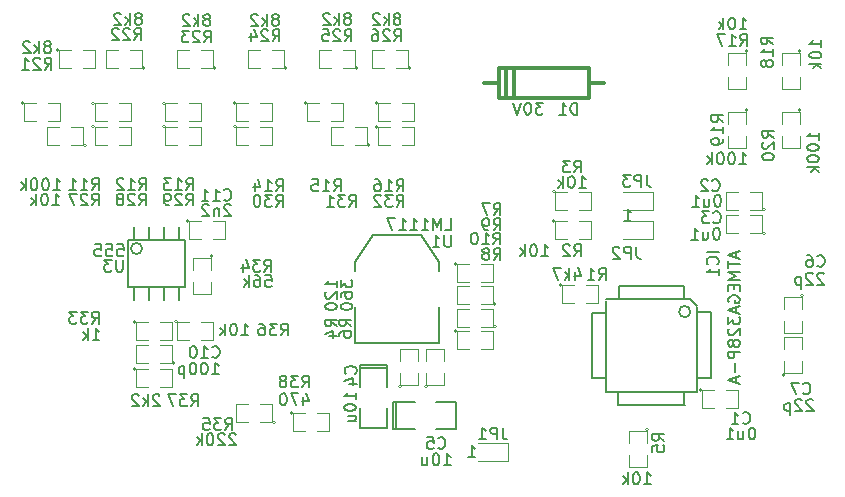
<source format=gbo>
G04 (created by PCBNEW (2013-07-07 BZR 4022)-stable) date 2015-02-26 23:16:54*
%MOIN*%
G04 Gerber Fmt 3.4, Leading zero omitted, Abs format*
%FSLAX34Y34*%
G01*
G70*
G90*
G04 APERTURE LIST*
%ADD10C,0.00629921*%
%ADD11C,0.012*%
%ADD12C,0.0039*%
%ADD13C,0.005*%
%ADD14C,0.008*%
%ADD15C,0.006*%
%ADD16C,0.00393701*%
G04 APERTURE END LIST*
G54D10*
G54D11*
X19216Y14476D02*
X16216Y14476D01*
X16216Y14476D02*
X16216Y13476D01*
X16216Y13476D02*
X19216Y13476D01*
X19216Y13476D02*
X19216Y14476D01*
X16466Y14476D02*
X16466Y13476D01*
X16716Y13476D02*
X16716Y14476D01*
X19216Y13976D02*
X19716Y13976D01*
X16216Y13976D02*
X15716Y13976D01*
G54D12*
X384Y13292D02*
G75*
G03X384Y13292I-50J0D01*
G74*
G01*
X784Y13292D02*
X384Y13292D01*
X384Y13292D02*
X384Y12692D01*
X384Y12692D02*
X784Y12692D01*
X1184Y12692D02*
X1584Y12692D01*
X1584Y12692D02*
X1584Y13292D01*
X1584Y13292D02*
X1184Y13292D01*
X9360Y2977D02*
G75*
G03X9360Y2977I-50J0D01*
G74*
G01*
X9760Y2977D02*
X9360Y2977D01*
X9360Y2977D02*
X9360Y2377D01*
X9360Y2377D02*
X9760Y2377D01*
X10160Y2377D02*
X10560Y2377D01*
X10560Y2377D02*
X10560Y2977D01*
X10560Y2977D02*
X10160Y2977D01*
X12195Y12504D02*
G75*
G03X12195Y12504I-50J0D01*
G74*
G01*
X12595Y12504D02*
X12195Y12504D01*
X12195Y12504D02*
X12195Y11904D01*
X12195Y11904D02*
X12595Y11904D01*
X12995Y11904D02*
X13395Y11904D01*
X13395Y11904D02*
X13395Y12504D01*
X13395Y12504D02*
X12995Y12504D01*
X8770Y2652D02*
G75*
G03X8770Y2652I-50J0D01*
G74*
G01*
X8270Y2652D02*
X8670Y2652D01*
X8670Y2652D02*
X8670Y3252D01*
X8670Y3252D02*
X8270Y3252D01*
X7870Y3252D02*
X7470Y3252D01*
X7470Y3252D02*
X7470Y2652D01*
X7470Y2652D02*
X7870Y2652D01*
X18100Y10339D02*
G75*
G03X18100Y10339I-50J0D01*
G74*
G01*
X18500Y10339D02*
X18100Y10339D01*
X18100Y10339D02*
X18100Y9739D01*
X18100Y9739D02*
X18500Y9739D01*
X18900Y9739D02*
X19300Y9739D01*
X19300Y9739D02*
X19300Y10339D01*
X19300Y10339D02*
X18900Y10339D01*
X18100Y9355D02*
G75*
G03X18100Y9355I-50J0D01*
G74*
G01*
X18500Y9355D02*
X18100Y9355D01*
X18100Y9355D02*
X18100Y8755D01*
X18100Y8755D02*
X18500Y8755D01*
X18900Y8755D02*
X19300Y8755D01*
X19300Y8755D02*
X19300Y9355D01*
X19300Y9355D02*
X18900Y9355D01*
X24523Y13051D02*
G75*
G03X24523Y13051I-50J0D01*
G74*
G01*
X24473Y12601D02*
X24473Y13001D01*
X24473Y13001D02*
X23873Y13001D01*
X23873Y13001D02*
X23873Y12601D01*
X23873Y12201D02*
X23873Y11801D01*
X23873Y11801D02*
X24473Y11801D01*
X24473Y11801D02*
X24473Y12201D01*
X6688Y8189D02*
G75*
G03X6688Y8189I-50J0D01*
G74*
G01*
X6638Y7739D02*
X6638Y8139D01*
X6638Y8139D02*
X6038Y8139D01*
X6038Y8139D02*
X6038Y7739D01*
X6038Y7339D02*
X6038Y6939D01*
X6038Y6939D02*
X6638Y6939D01*
X6638Y6939D02*
X6638Y7339D01*
X5502Y6008D02*
G75*
G03X5502Y6008I-50J0D01*
G74*
G01*
X5902Y6008D02*
X5502Y6008D01*
X5502Y6008D02*
X5502Y5408D01*
X5502Y5408D02*
X5902Y5408D01*
X6302Y5408D02*
X6702Y5408D01*
X6702Y5408D02*
X6702Y6008D01*
X6702Y6008D02*
X6302Y6008D01*
X1546Y15063D02*
G75*
G03X1546Y15063I-50J0D01*
G74*
G01*
X1946Y15063D02*
X1546Y15063D01*
X1546Y15063D02*
X1546Y14463D01*
X1546Y14463D02*
X1946Y14463D01*
X2346Y14463D02*
X2746Y14463D01*
X2746Y14463D02*
X2746Y15063D01*
X2746Y15063D02*
X2346Y15063D01*
X16133Y5841D02*
G75*
G03X16133Y5841I-50J0D01*
G74*
G01*
X15633Y5841D02*
X16033Y5841D01*
X16033Y5841D02*
X16033Y6441D01*
X16033Y6441D02*
X15633Y6441D01*
X15233Y6441D02*
X14833Y6441D01*
X14833Y6441D02*
X14833Y5841D01*
X14833Y5841D02*
X15233Y5841D01*
X4124Y6008D02*
G75*
G03X4124Y6008I-50J0D01*
G74*
G01*
X4524Y6008D02*
X4124Y6008D01*
X4124Y6008D02*
X4124Y5408D01*
X4124Y5408D02*
X4524Y5408D01*
X4924Y5408D02*
X5324Y5408D01*
X5324Y5408D02*
X5324Y6008D01*
X5324Y6008D02*
X4924Y6008D01*
X14833Y7937D02*
G75*
G03X14833Y7937I-50J0D01*
G74*
G01*
X15233Y7937D02*
X14833Y7937D01*
X14833Y7937D02*
X14833Y7337D01*
X14833Y7337D02*
X15233Y7337D01*
X15633Y7337D02*
X16033Y7337D01*
X16033Y7337D02*
X16033Y7937D01*
X16033Y7937D02*
X15633Y7937D01*
X16133Y6589D02*
G75*
G03X16133Y6589I-50J0D01*
G74*
G01*
X15633Y6589D02*
X16033Y6589D01*
X16033Y6589D02*
X16033Y7189D01*
X16033Y7189D02*
X15633Y7189D01*
X15233Y7189D02*
X14833Y7189D01*
X14833Y7189D02*
X14833Y6589D01*
X14833Y6589D02*
X15233Y6589D01*
X22992Y3744D02*
G75*
G03X22992Y3744I-50J0D01*
G74*
G01*
X23392Y3744D02*
X22992Y3744D01*
X22992Y3744D02*
X22992Y3144D01*
X22992Y3144D02*
X23392Y3144D01*
X23792Y3144D02*
X24192Y3144D01*
X24192Y3144D02*
X24192Y3744D01*
X24192Y3744D02*
X23792Y3744D01*
X13844Y3838D02*
G75*
G03X13844Y3838I-50J0D01*
G74*
G01*
X13794Y4288D02*
X13794Y3888D01*
X13794Y3888D02*
X14394Y3888D01*
X14394Y3888D02*
X14394Y4288D01*
X14394Y4688D02*
X14394Y5088D01*
X14394Y5088D02*
X13794Y5088D01*
X13794Y5088D02*
X13794Y4688D01*
X12978Y3838D02*
G75*
G03X12978Y3838I-50J0D01*
G74*
G01*
X12928Y4288D02*
X12928Y3888D01*
X12928Y3888D02*
X13528Y3888D01*
X13528Y3888D02*
X13528Y4288D01*
X13528Y4688D02*
X13528Y5088D01*
X13528Y5088D02*
X12928Y5088D01*
X12928Y5088D02*
X12928Y4688D01*
X13298Y14463D02*
G75*
G03X13298Y14463I-50J0D01*
G74*
G01*
X12798Y14463D02*
X13198Y14463D01*
X13198Y14463D02*
X13198Y15063D01*
X13198Y15063D02*
X12798Y15063D01*
X12398Y15063D02*
X11998Y15063D01*
X11998Y15063D02*
X11998Y14463D01*
X11998Y14463D02*
X12398Y14463D01*
X25109Y9739D02*
G75*
G03X25109Y9739I-50J0D01*
G74*
G01*
X24609Y9739D02*
X25009Y9739D01*
X25009Y9739D02*
X25009Y10339D01*
X25009Y10339D02*
X24609Y10339D01*
X24209Y10339D02*
X23809Y10339D01*
X23809Y10339D02*
X23809Y9739D01*
X23809Y9739D02*
X24209Y9739D01*
X25109Y8951D02*
G75*
G03X25109Y8951I-50J0D01*
G74*
G01*
X24609Y8951D02*
X25009Y8951D01*
X25009Y8951D02*
X25009Y9551D01*
X25009Y9551D02*
X24609Y9551D01*
X24209Y9551D02*
X23809Y9551D01*
X23809Y9551D02*
X23809Y8951D01*
X23809Y8951D02*
X24209Y8951D01*
X14833Y5693D02*
G75*
G03X14833Y5693I-50J0D01*
G74*
G01*
X15233Y5693D02*
X14833Y5693D01*
X14833Y5693D02*
X14833Y5093D01*
X14833Y5093D02*
X15233Y5093D01*
X15633Y5093D02*
X16033Y5093D01*
X16033Y5093D02*
X16033Y5693D01*
X16033Y5693D02*
X15633Y5693D01*
X12195Y13292D02*
G75*
G03X12195Y13292I-50J0D01*
G74*
G01*
X12595Y13292D02*
X12195Y13292D01*
X12195Y13292D02*
X12195Y12692D01*
X12195Y12692D02*
X12595Y12692D01*
X12995Y12692D02*
X13395Y12692D01*
X13395Y12692D02*
X13395Y13292D01*
X13395Y13292D02*
X12995Y13292D01*
X26294Y15020D02*
G75*
G03X26294Y15020I-50J0D01*
G74*
G01*
X26244Y14570D02*
X26244Y14970D01*
X26244Y14970D02*
X25644Y14970D01*
X25644Y14970D02*
X25644Y14570D01*
X25644Y14170D02*
X25644Y13770D01*
X25644Y13770D02*
X26244Y13770D01*
X26244Y13770D02*
X26244Y14170D01*
X24523Y15020D02*
G75*
G03X24523Y15020I-50J0D01*
G74*
G01*
X24473Y14570D02*
X24473Y14970D01*
X24473Y14970D02*
X23873Y14970D01*
X23873Y14970D02*
X23873Y14570D01*
X23873Y14170D02*
X23873Y13770D01*
X23873Y13770D02*
X24473Y13770D01*
X24473Y13770D02*
X24473Y14170D01*
X11526Y14463D02*
G75*
G03X11526Y14463I-50J0D01*
G74*
G01*
X11026Y14463D02*
X11426Y14463D01*
X11426Y14463D02*
X11426Y15063D01*
X11426Y15063D02*
X11026Y15063D01*
X10626Y15063D02*
X10226Y15063D01*
X10226Y15063D02*
X10226Y14463D01*
X10226Y14463D02*
X10626Y14463D01*
X11920Y11904D02*
G75*
G03X11920Y11904I-50J0D01*
G74*
G01*
X11420Y11904D02*
X11820Y11904D01*
X11820Y11904D02*
X11820Y12504D01*
X11820Y12504D02*
X11420Y12504D01*
X11020Y12504D02*
X10620Y12504D01*
X10620Y12504D02*
X10620Y11904D01*
X10620Y11904D02*
X11020Y11904D01*
X9833Y13292D02*
G75*
G03X9833Y13292I-50J0D01*
G74*
G01*
X10233Y13292D02*
X9833Y13292D01*
X9833Y13292D02*
X9833Y12692D01*
X9833Y12692D02*
X10233Y12692D01*
X10633Y12692D02*
X11033Y12692D01*
X11033Y12692D02*
X11033Y13292D01*
X11033Y13292D02*
X10633Y13292D01*
X5424Y4621D02*
G75*
G03X5424Y4621I-50J0D01*
G74*
G01*
X4924Y4621D02*
X5324Y4621D01*
X5324Y4621D02*
X5324Y5221D01*
X5324Y5221D02*
X4924Y5221D01*
X4524Y5221D02*
X4124Y5221D01*
X4124Y5221D02*
X4124Y4621D01*
X4124Y4621D02*
X4524Y4621D01*
X9164Y14463D02*
G75*
G03X9164Y14463I-50J0D01*
G74*
G01*
X8664Y14463D02*
X9064Y14463D01*
X9064Y14463D02*
X9064Y15063D01*
X9064Y15063D02*
X8664Y15063D01*
X8264Y15063D02*
X7864Y15063D01*
X7864Y15063D02*
X7864Y14463D01*
X7864Y14463D02*
X8264Y14463D01*
X7470Y12504D02*
G75*
G03X7470Y12504I-50J0D01*
G74*
G01*
X7870Y12504D02*
X7470Y12504D01*
X7470Y12504D02*
X7470Y11904D01*
X7470Y11904D02*
X7870Y11904D01*
X8270Y11904D02*
X8670Y11904D01*
X8670Y11904D02*
X8670Y12504D01*
X8670Y12504D02*
X8270Y12504D01*
X2471Y11885D02*
G75*
G03X2471Y11885I-50J0D01*
G74*
G01*
X1971Y11885D02*
X2371Y11885D01*
X2371Y11885D02*
X2371Y12485D01*
X2371Y12485D02*
X1971Y12485D01*
X1571Y12485D02*
X1171Y12485D01*
X1171Y12485D02*
X1171Y11885D01*
X1171Y11885D02*
X1571Y11885D01*
X25773Y4231D02*
G75*
G03X25773Y4231I-50J0D01*
G74*
G01*
X25723Y4681D02*
X25723Y4281D01*
X25723Y4281D02*
X26323Y4281D01*
X26323Y4281D02*
X26323Y4681D01*
X26323Y5081D02*
X26323Y5481D01*
X26323Y5481D02*
X25723Y5481D01*
X25723Y5481D02*
X25723Y5081D01*
X26373Y6870D02*
G75*
G03X26373Y6870I-50J0D01*
G74*
G01*
X26323Y6420D02*
X26323Y6820D01*
X26323Y6820D02*
X25723Y6820D01*
X25723Y6820D02*
X25723Y6420D01*
X25723Y6020D02*
X25723Y5620D01*
X25723Y5620D02*
X26323Y5620D01*
X26323Y5620D02*
X26323Y6020D01*
X6802Y14463D02*
G75*
G03X6802Y14463I-50J0D01*
G74*
G01*
X6302Y14463D02*
X6702Y14463D01*
X6702Y14463D02*
X6702Y15063D01*
X6702Y15063D02*
X6302Y15063D01*
X5902Y15063D02*
X5502Y15063D01*
X5502Y15063D02*
X5502Y14463D01*
X5502Y14463D02*
X5902Y14463D01*
X5108Y12504D02*
G75*
G03X5108Y12504I-50J0D01*
G74*
G01*
X5508Y12504D02*
X5108Y12504D01*
X5108Y12504D02*
X5108Y11904D01*
X5108Y11904D02*
X5508Y11904D01*
X5908Y11904D02*
X6308Y11904D01*
X6308Y11904D02*
X6308Y12504D01*
X6308Y12504D02*
X5908Y12504D01*
X5108Y13292D02*
G75*
G03X5108Y13292I-50J0D01*
G74*
G01*
X5508Y13292D02*
X5108Y13292D01*
X5108Y13292D02*
X5108Y12692D01*
X5108Y12692D02*
X5508Y12692D01*
X5908Y12692D02*
X6308Y12692D01*
X6308Y12692D02*
X6308Y13292D01*
X6308Y13292D02*
X5908Y13292D01*
X4124Y4433D02*
G75*
G03X4124Y4433I-50J0D01*
G74*
G01*
X4524Y4433D02*
X4124Y4433D01*
X4124Y4433D02*
X4124Y3833D01*
X4124Y3833D02*
X4524Y3833D01*
X4924Y3833D02*
X5324Y3833D01*
X5324Y3833D02*
X5324Y4433D01*
X5324Y4433D02*
X4924Y4433D01*
X18337Y7229D02*
G75*
G03X18337Y7229I-50J0D01*
G74*
G01*
X18737Y7229D02*
X18337Y7229D01*
X18337Y7229D02*
X18337Y6629D01*
X18337Y6629D02*
X18737Y6629D01*
X19137Y6629D02*
X19537Y6629D01*
X19537Y6629D02*
X19537Y7229D01*
X19537Y7229D02*
X19137Y7229D01*
X4440Y14463D02*
G75*
G03X4440Y14463I-50J0D01*
G74*
G01*
X3940Y14463D02*
X4340Y14463D01*
X4340Y14463D02*
X4340Y15063D01*
X4340Y15063D02*
X3940Y15063D01*
X3540Y15063D02*
X3140Y15063D01*
X3140Y15063D02*
X3140Y14463D01*
X3140Y14463D02*
X3540Y14463D01*
X2746Y12504D02*
G75*
G03X2746Y12504I-50J0D01*
G74*
G01*
X3146Y12504D02*
X2746Y12504D01*
X2746Y12504D02*
X2746Y11904D01*
X2746Y11904D02*
X3146Y11904D01*
X3546Y11904D02*
X3946Y11904D01*
X3946Y11904D02*
X3946Y12504D01*
X3946Y12504D02*
X3546Y12504D01*
X2746Y13292D02*
G75*
G03X2746Y13292I-50J0D01*
G74*
G01*
X3146Y13292D02*
X2746Y13292D01*
X2746Y13292D02*
X2746Y12692D01*
X2746Y12692D02*
X3146Y12692D01*
X3546Y12692D02*
X3946Y12692D01*
X3946Y12692D02*
X3946Y13292D01*
X3946Y13292D02*
X3546Y13292D01*
X26294Y13051D02*
G75*
G03X26294Y13051I-50J0D01*
G74*
G01*
X26244Y12601D02*
X26244Y13001D01*
X26244Y13001D02*
X25644Y13001D01*
X25644Y13001D02*
X25644Y12601D01*
X25644Y12201D02*
X25644Y11801D01*
X25644Y11801D02*
X26244Y11801D01*
X26244Y11801D02*
X26244Y12201D01*
X5896Y9355D02*
G75*
G03X5896Y9355I-50J0D01*
G74*
G01*
X6296Y9355D02*
X5896Y9355D01*
X5896Y9355D02*
X5896Y8755D01*
X5896Y8755D02*
X6296Y8755D01*
X6696Y8755D02*
X7096Y8755D01*
X7096Y8755D02*
X7096Y9355D01*
X7096Y9355D02*
X6696Y9355D01*
X7470Y13292D02*
G75*
G03X7470Y13292I-50J0D01*
G74*
G01*
X7870Y13292D02*
X7470Y13292D01*
X7470Y13292D02*
X7470Y12692D01*
X7470Y12692D02*
X7870Y12692D01*
X8270Y12692D02*
X8670Y12692D01*
X8670Y12692D02*
X8670Y13292D01*
X8670Y13292D02*
X8270Y13292D01*
G54D13*
X3853Y7172D02*
X3853Y8732D01*
X3853Y8732D02*
X5753Y8732D01*
X5753Y8732D02*
X5753Y7172D01*
X5753Y7172D02*
X3853Y7172D01*
X4053Y7172D02*
X4053Y6742D01*
X4553Y7172D02*
X4553Y6742D01*
X5053Y7172D02*
X5053Y6742D01*
X5553Y6742D02*
X5553Y7172D01*
X5553Y8732D02*
X5553Y9162D01*
X5053Y9162D02*
X5053Y8732D01*
X4553Y9162D02*
X4553Y8732D01*
X4053Y9162D02*
X4053Y8732D01*
X4329Y8442D02*
G75*
G03X4329Y8442I-186J0D01*
G74*
G01*
G54D14*
X14234Y6486D02*
X14234Y5286D01*
X14234Y5286D02*
X11434Y5286D01*
X11434Y5286D02*
X11434Y6486D01*
X14234Y7686D02*
X14234Y7986D01*
X14234Y7986D02*
X13634Y8886D01*
X13634Y8886D02*
X12034Y8886D01*
X12034Y8886D02*
X11434Y7986D01*
X11434Y7986D02*
X11434Y7686D01*
G54D15*
X19319Y4126D02*
X19769Y4126D01*
X19319Y6306D02*
X19759Y6306D01*
X19319Y4126D02*
X19319Y6306D01*
X20199Y3656D02*
X20199Y3226D01*
X22409Y3646D02*
X22409Y3226D01*
X22419Y3226D02*
X20199Y3216D01*
X22399Y7196D02*
X20229Y7206D01*
X22829Y6506D02*
X22829Y3676D01*
X20219Y7196D02*
X20219Y6786D01*
X22579Y6746D02*
X19799Y6746D01*
X19779Y3666D02*
X19779Y6706D01*
X22829Y3666D02*
X19829Y3666D01*
X23279Y6336D02*
X23279Y4116D01*
X23279Y4116D02*
X22829Y4116D01*
X22825Y6516D02*
X22595Y6746D01*
X23277Y6336D02*
X22825Y6336D01*
X22399Y6746D02*
X22399Y7198D01*
X22605Y6342D02*
G75*
G03X22605Y6342I-188J0D01*
G74*
G01*
G54D16*
X15531Y1358D02*
X16515Y1358D01*
X16515Y1358D02*
X16515Y1948D01*
X16515Y1948D02*
X15531Y1948D01*
X20374Y8759D02*
X21358Y8759D01*
X21358Y8759D02*
X21358Y9350D01*
X21358Y9350D02*
X20374Y9350D01*
X20374Y9744D02*
X21358Y9744D01*
X21358Y9744D02*
X21358Y10334D01*
X21358Y10334D02*
X20374Y10334D01*
G54D13*
X12779Y2424D02*
X12679Y2424D01*
X12679Y2424D02*
X12679Y3324D01*
X12679Y3324D02*
X12779Y3324D01*
X12779Y2424D02*
X12779Y3324D01*
X12779Y3324D02*
X13429Y3324D01*
X14129Y2424D02*
X14779Y2424D01*
X14779Y2424D02*
X14779Y3324D01*
X14779Y3324D02*
X14129Y3324D01*
X13429Y2424D02*
X12779Y2424D01*
X11587Y4464D02*
X11587Y4564D01*
X11587Y4564D02*
X12487Y4564D01*
X12487Y4564D02*
X12487Y4464D01*
X11587Y4464D02*
X12487Y4464D01*
X12487Y4464D02*
X12487Y3814D01*
X11587Y3114D02*
X11587Y2464D01*
X11587Y2464D02*
X12487Y2464D01*
X12487Y2464D02*
X12487Y3114D01*
X11587Y3814D02*
X11587Y4464D01*
G54D12*
X21216Y2421D02*
G75*
G03X21216Y2421I-50J0D01*
G74*
G01*
X21166Y1971D02*
X21166Y2371D01*
X21166Y2371D02*
X20566Y2371D01*
X20566Y2371D02*
X20566Y1971D01*
X20566Y1571D02*
X20566Y1171D01*
X20566Y1171D02*
X21166Y1171D01*
X21166Y1171D02*
X21166Y1571D01*
G54D10*
X18833Y12911D02*
X18833Y13305D01*
X18740Y13305D01*
X18683Y13286D01*
X18646Y13248D01*
X18627Y13211D01*
X18608Y13136D01*
X18608Y13080D01*
X18627Y13005D01*
X18646Y12967D01*
X18683Y12930D01*
X18740Y12911D01*
X18833Y12911D01*
X18233Y12911D02*
X18458Y12911D01*
X18346Y12911D02*
X18346Y13305D01*
X18383Y13248D01*
X18421Y13211D01*
X18458Y13192D01*
X17692Y13305D02*
X17448Y13305D01*
X17579Y13155D01*
X17523Y13155D01*
X17485Y13136D01*
X17467Y13117D01*
X17448Y13080D01*
X17448Y12986D01*
X17467Y12949D01*
X17485Y12930D01*
X17523Y12911D01*
X17635Y12911D01*
X17673Y12930D01*
X17692Y12949D01*
X17204Y13305D02*
X17167Y13305D01*
X17129Y13286D01*
X17110Y13267D01*
X17092Y13230D01*
X17073Y13155D01*
X17073Y13061D01*
X17092Y12986D01*
X17110Y12949D01*
X17129Y12930D01*
X17167Y12911D01*
X17204Y12911D01*
X17242Y12930D01*
X17260Y12949D01*
X17279Y12986D01*
X17298Y13061D01*
X17298Y13155D01*
X17279Y13230D01*
X17260Y13267D01*
X17242Y13286D01*
X17204Y13305D01*
X16961Y13305D02*
X16829Y12911D01*
X16698Y13305D01*
X2654Y10391D02*
X2785Y10579D01*
X2879Y10391D02*
X2879Y10785D01*
X2729Y10785D01*
X2692Y10766D01*
X2673Y10748D01*
X2654Y10710D01*
X2654Y10654D01*
X2673Y10616D01*
X2692Y10598D01*
X2729Y10579D01*
X2879Y10579D01*
X2279Y10391D02*
X2504Y10391D01*
X2392Y10391D02*
X2392Y10785D01*
X2429Y10729D01*
X2467Y10691D01*
X2504Y10673D01*
X1904Y10391D02*
X2129Y10391D01*
X2017Y10391D02*
X2017Y10785D01*
X2054Y10729D01*
X2092Y10691D01*
X2129Y10673D01*
X1366Y10391D02*
X1591Y10391D01*
X1479Y10391D02*
X1479Y10785D01*
X1516Y10729D01*
X1554Y10691D01*
X1591Y10673D01*
X1122Y10785D02*
X1085Y10785D01*
X1047Y10766D01*
X1029Y10748D01*
X1010Y10710D01*
X991Y10635D01*
X991Y10541D01*
X1010Y10466D01*
X1029Y10429D01*
X1047Y10410D01*
X1085Y10391D01*
X1122Y10391D01*
X1160Y10410D01*
X1179Y10429D01*
X1197Y10466D01*
X1216Y10541D01*
X1216Y10635D01*
X1197Y10710D01*
X1179Y10748D01*
X1160Y10766D01*
X1122Y10785D01*
X748Y10785D02*
X710Y10785D01*
X673Y10766D01*
X654Y10748D01*
X635Y10710D01*
X616Y10635D01*
X616Y10541D01*
X635Y10466D01*
X654Y10429D01*
X673Y10410D01*
X710Y10391D01*
X748Y10391D01*
X785Y10410D01*
X804Y10429D01*
X823Y10466D01*
X841Y10541D01*
X841Y10635D01*
X823Y10710D01*
X804Y10748D01*
X785Y10766D01*
X748Y10785D01*
X448Y10391D02*
X448Y10785D01*
X410Y10541D02*
X298Y10391D01*
X298Y10654D02*
X448Y10504D01*
X9662Y3817D02*
X9793Y4004D01*
X9887Y3817D02*
X9887Y4210D01*
X9737Y4210D01*
X9700Y4191D01*
X9681Y4173D01*
X9662Y4135D01*
X9662Y4079D01*
X9681Y4041D01*
X9700Y4023D01*
X9737Y4004D01*
X9887Y4004D01*
X9531Y4210D02*
X9287Y4210D01*
X9418Y4060D01*
X9362Y4060D01*
X9325Y4041D01*
X9306Y4023D01*
X9287Y3985D01*
X9287Y3892D01*
X9306Y3854D01*
X9325Y3835D01*
X9362Y3817D01*
X9475Y3817D01*
X9512Y3835D01*
X9531Y3854D01*
X9062Y4041D02*
X9100Y4060D01*
X9118Y4079D01*
X9137Y4116D01*
X9137Y4135D01*
X9118Y4173D01*
X9100Y4191D01*
X9062Y4210D01*
X8987Y4210D01*
X8950Y4191D01*
X8931Y4173D01*
X8912Y4135D01*
X8912Y4116D01*
X8931Y4079D01*
X8950Y4060D01*
X8987Y4041D01*
X9062Y4041D01*
X9100Y4023D01*
X9118Y4004D01*
X9137Y3967D01*
X9137Y3892D01*
X9118Y3854D01*
X9100Y3835D01*
X9062Y3817D01*
X8987Y3817D01*
X8950Y3835D01*
X8931Y3854D01*
X8912Y3892D01*
X8912Y3967D01*
X8931Y4004D01*
X8950Y4023D01*
X8987Y4041D01*
X9709Y3488D02*
X9709Y3226D01*
X9803Y3638D02*
X9896Y3357D01*
X9653Y3357D01*
X9540Y3620D02*
X9278Y3620D01*
X9446Y3226D01*
X9053Y3620D02*
X9015Y3620D01*
X8978Y3601D01*
X8959Y3582D01*
X8940Y3545D01*
X8922Y3470D01*
X8922Y3376D01*
X8940Y3301D01*
X8959Y3263D01*
X8978Y3245D01*
X9015Y3226D01*
X9053Y3226D01*
X9090Y3245D01*
X9109Y3263D01*
X9128Y3301D01*
X9146Y3376D01*
X9146Y3470D01*
X9128Y3545D01*
X9109Y3582D01*
X9090Y3601D01*
X9053Y3620D01*
X12812Y9840D02*
X12943Y10028D01*
X13037Y9840D02*
X13037Y10234D01*
X12887Y10234D01*
X12849Y10215D01*
X12830Y10196D01*
X12812Y10159D01*
X12812Y10103D01*
X12830Y10065D01*
X12849Y10046D01*
X12887Y10028D01*
X13037Y10028D01*
X12680Y10234D02*
X12437Y10234D01*
X12568Y10084D01*
X12512Y10084D01*
X12474Y10065D01*
X12455Y10046D01*
X12437Y10009D01*
X12437Y9915D01*
X12455Y9878D01*
X12474Y9859D01*
X12512Y9840D01*
X12624Y9840D01*
X12662Y9859D01*
X12680Y9878D01*
X12287Y10196D02*
X12268Y10215D01*
X12230Y10234D01*
X12137Y10234D01*
X12099Y10215D01*
X12080Y10196D01*
X12062Y10159D01*
X12062Y10121D01*
X12080Y10065D01*
X12305Y9840D01*
X12062Y9840D01*
X7103Y2399D02*
X7234Y2587D01*
X7328Y2399D02*
X7328Y2793D01*
X7178Y2793D01*
X7140Y2774D01*
X7122Y2755D01*
X7103Y2718D01*
X7103Y2662D01*
X7122Y2624D01*
X7140Y2605D01*
X7178Y2587D01*
X7328Y2587D01*
X6972Y2793D02*
X6728Y2793D01*
X6859Y2643D01*
X6803Y2643D01*
X6766Y2624D01*
X6747Y2605D01*
X6728Y2568D01*
X6728Y2474D01*
X6747Y2437D01*
X6766Y2418D01*
X6803Y2399D01*
X6916Y2399D01*
X6953Y2418D01*
X6972Y2437D01*
X6372Y2793D02*
X6559Y2793D01*
X6578Y2605D01*
X6559Y2624D01*
X6522Y2643D01*
X6428Y2643D01*
X6391Y2624D01*
X6372Y2605D01*
X6353Y2568D01*
X6353Y2474D01*
X6372Y2437D01*
X6391Y2418D01*
X6428Y2399D01*
X6522Y2399D01*
X6559Y2418D01*
X6578Y2437D01*
X7457Y2244D02*
X7439Y2262D01*
X7401Y2281D01*
X7307Y2281D01*
X7270Y2262D01*
X7251Y2244D01*
X7232Y2206D01*
X7232Y2169D01*
X7251Y2112D01*
X7476Y1887D01*
X7232Y1887D01*
X7082Y2244D02*
X7064Y2262D01*
X7026Y2281D01*
X6932Y2281D01*
X6895Y2262D01*
X6876Y2244D01*
X6857Y2206D01*
X6857Y2169D01*
X6876Y2112D01*
X7101Y1887D01*
X6857Y1887D01*
X6614Y2281D02*
X6576Y2281D01*
X6539Y2262D01*
X6520Y2244D01*
X6501Y2206D01*
X6482Y2131D01*
X6482Y2037D01*
X6501Y1962D01*
X6520Y1925D01*
X6539Y1906D01*
X6576Y1887D01*
X6614Y1887D01*
X6651Y1906D01*
X6670Y1925D01*
X6689Y1962D01*
X6707Y2037D01*
X6707Y2131D01*
X6689Y2206D01*
X6670Y2244D01*
X6651Y2262D01*
X6614Y2281D01*
X6314Y1887D02*
X6314Y2281D01*
X6276Y2037D02*
X6164Y1887D01*
X6164Y2150D02*
X6314Y2000D01*
X18727Y10982D02*
X18858Y11169D01*
X18952Y10982D02*
X18952Y11376D01*
X18802Y11376D01*
X18764Y11357D01*
X18745Y11338D01*
X18727Y11301D01*
X18727Y11244D01*
X18745Y11207D01*
X18764Y11188D01*
X18802Y11169D01*
X18952Y11169D01*
X18595Y11376D02*
X18352Y11376D01*
X18483Y11226D01*
X18427Y11226D01*
X18389Y11207D01*
X18370Y11188D01*
X18352Y11151D01*
X18352Y11057D01*
X18370Y11019D01*
X18389Y11001D01*
X18427Y10982D01*
X18539Y10982D01*
X18577Y11001D01*
X18595Y11019D01*
X18895Y10470D02*
X19120Y10470D01*
X19008Y10470D02*
X19008Y10864D01*
X19045Y10808D01*
X19083Y10770D01*
X19120Y10751D01*
X18652Y10864D02*
X18614Y10864D01*
X18577Y10845D01*
X18558Y10826D01*
X18539Y10789D01*
X18520Y10714D01*
X18520Y10620D01*
X18539Y10545D01*
X18558Y10508D01*
X18577Y10489D01*
X18614Y10470D01*
X18652Y10470D01*
X18689Y10489D01*
X18708Y10508D01*
X18727Y10545D01*
X18745Y10620D01*
X18745Y10714D01*
X18727Y10789D01*
X18708Y10826D01*
X18689Y10845D01*
X18652Y10864D01*
X18352Y10470D02*
X18352Y10864D01*
X18314Y10620D02*
X18202Y10470D01*
X18202Y10733D02*
X18352Y10583D01*
X18727Y8187D02*
X18858Y8374D01*
X18952Y8187D02*
X18952Y8580D01*
X18802Y8580D01*
X18764Y8562D01*
X18745Y8543D01*
X18727Y8505D01*
X18727Y8449D01*
X18745Y8412D01*
X18764Y8393D01*
X18802Y8374D01*
X18952Y8374D01*
X18577Y8543D02*
X18558Y8562D01*
X18520Y8580D01*
X18427Y8580D01*
X18389Y8562D01*
X18370Y8543D01*
X18352Y8505D01*
X18352Y8468D01*
X18370Y8412D01*
X18595Y8187D01*
X18352Y8187D01*
X17635Y8187D02*
X17860Y8187D01*
X17748Y8187D02*
X17748Y8580D01*
X17785Y8524D01*
X17823Y8487D01*
X17860Y8468D01*
X17392Y8580D02*
X17354Y8580D01*
X17317Y8562D01*
X17298Y8543D01*
X17279Y8505D01*
X17260Y8430D01*
X17260Y8337D01*
X17279Y8262D01*
X17298Y8224D01*
X17317Y8205D01*
X17354Y8187D01*
X17392Y8187D01*
X17429Y8205D01*
X17448Y8224D01*
X17467Y8262D01*
X17485Y8337D01*
X17485Y8430D01*
X17467Y8505D01*
X17448Y8543D01*
X17429Y8562D01*
X17392Y8580D01*
X17092Y8187D02*
X17092Y8580D01*
X17054Y8337D02*
X16942Y8187D01*
X16942Y8449D02*
X17092Y8299D01*
X23702Y12654D02*
X23515Y12785D01*
X23702Y12879D02*
X23308Y12879D01*
X23308Y12729D01*
X23327Y12692D01*
X23346Y12673D01*
X23383Y12654D01*
X23440Y12654D01*
X23477Y12673D01*
X23496Y12692D01*
X23515Y12729D01*
X23515Y12879D01*
X23702Y12279D02*
X23702Y12504D01*
X23702Y12392D02*
X23308Y12392D01*
X23365Y12429D01*
X23402Y12467D01*
X23421Y12504D01*
X23702Y12092D02*
X23702Y12017D01*
X23683Y11979D01*
X23665Y11961D01*
X23608Y11923D01*
X23533Y11904D01*
X23383Y11904D01*
X23346Y11923D01*
X23327Y11942D01*
X23308Y11979D01*
X23308Y12054D01*
X23327Y12092D01*
X23346Y12110D01*
X23383Y12129D01*
X23477Y12129D01*
X23515Y12110D01*
X23533Y12092D01*
X23552Y12054D01*
X23552Y11979D01*
X23533Y11942D01*
X23515Y11923D01*
X23477Y11904D01*
X24240Y11257D02*
X24465Y11257D01*
X24353Y11257D02*
X24353Y11651D01*
X24390Y11595D01*
X24428Y11557D01*
X24465Y11539D01*
X23997Y11651D02*
X23959Y11651D01*
X23922Y11632D01*
X23903Y11614D01*
X23884Y11576D01*
X23865Y11501D01*
X23865Y11407D01*
X23884Y11332D01*
X23903Y11295D01*
X23922Y11276D01*
X23959Y11257D01*
X23997Y11257D01*
X24034Y11276D01*
X24053Y11295D01*
X24071Y11332D01*
X24090Y11407D01*
X24090Y11501D01*
X24071Y11576D01*
X24053Y11614D01*
X24034Y11632D01*
X23997Y11651D01*
X23622Y11651D02*
X23584Y11651D01*
X23547Y11632D01*
X23528Y11614D01*
X23509Y11576D01*
X23490Y11501D01*
X23490Y11407D01*
X23509Y11332D01*
X23528Y11295D01*
X23547Y11276D01*
X23584Y11257D01*
X23622Y11257D01*
X23659Y11276D01*
X23678Y11295D01*
X23697Y11332D01*
X23715Y11407D01*
X23715Y11501D01*
X23697Y11576D01*
X23678Y11614D01*
X23659Y11632D01*
X23622Y11651D01*
X23322Y11257D02*
X23322Y11651D01*
X23284Y11407D02*
X23172Y11257D01*
X23172Y11520D02*
X23322Y11370D01*
X8402Y7675D02*
X8533Y7862D01*
X8627Y7675D02*
X8627Y8068D01*
X8477Y8068D01*
X8440Y8050D01*
X8421Y8031D01*
X8402Y7994D01*
X8402Y7937D01*
X8421Y7900D01*
X8440Y7881D01*
X8477Y7862D01*
X8627Y7862D01*
X8271Y8068D02*
X8027Y8068D01*
X8158Y7919D01*
X8102Y7919D01*
X8065Y7900D01*
X8046Y7881D01*
X8027Y7844D01*
X8027Y7750D01*
X8046Y7712D01*
X8065Y7694D01*
X8102Y7675D01*
X8215Y7675D01*
X8252Y7694D01*
X8271Y7712D01*
X7690Y7937D02*
X7690Y7675D01*
X7784Y8087D02*
X7877Y7806D01*
X7634Y7806D01*
X8442Y7557D02*
X8629Y7557D01*
X8648Y7369D01*
X8629Y7388D01*
X8592Y7407D01*
X8498Y7407D01*
X8460Y7388D01*
X8442Y7369D01*
X8423Y7332D01*
X8423Y7238D01*
X8442Y7200D01*
X8460Y7182D01*
X8498Y7163D01*
X8592Y7163D01*
X8629Y7182D01*
X8648Y7200D01*
X8085Y7557D02*
X8160Y7557D01*
X8198Y7538D01*
X8217Y7519D01*
X8254Y7463D01*
X8273Y7388D01*
X8273Y7238D01*
X8254Y7200D01*
X8235Y7182D01*
X8198Y7163D01*
X8123Y7163D01*
X8085Y7182D01*
X8067Y7200D01*
X8048Y7238D01*
X8048Y7332D01*
X8067Y7369D01*
X8085Y7388D01*
X8123Y7407D01*
X8198Y7407D01*
X8235Y7388D01*
X8254Y7369D01*
X8273Y7332D01*
X7879Y7163D02*
X7879Y7557D01*
X7842Y7313D02*
X7729Y7163D01*
X7729Y7425D02*
X7879Y7275D01*
X8953Y5549D02*
X9085Y5736D01*
X9178Y5549D02*
X9178Y5943D01*
X9028Y5943D01*
X8991Y5924D01*
X8972Y5905D01*
X8953Y5868D01*
X8953Y5811D01*
X8972Y5774D01*
X8991Y5755D01*
X9028Y5736D01*
X9178Y5736D01*
X8822Y5943D02*
X8578Y5943D01*
X8710Y5793D01*
X8653Y5793D01*
X8616Y5774D01*
X8597Y5755D01*
X8578Y5718D01*
X8578Y5624D01*
X8597Y5586D01*
X8616Y5568D01*
X8653Y5549D01*
X8766Y5549D01*
X8803Y5568D01*
X8822Y5586D01*
X8241Y5943D02*
X8316Y5943D01*
X8353Y5924D01*
X8372Y5905D01*
X8410Y5849D01*
X8428Y5774D01*
X8428Y5624D01*
X8410Y5586D01*
X8391Y5568D01*
X8353Y5549D01*
X8278Y5549D01*
X8241Y5568D01*
X8222Y5586D01*
X8203Y5624D01*
X8203Y5718D01*
X8222Y5755D01*
X8241Y5774D01*
X8278Y5793D01*
X8353Y5793D01*
X8391Y5774D01*
X8410Y5755D01*
X8428Y5718D01*
X7635Y5549D02*
X7860Y5549D01*
X7748Y5549D02*
X7748Y5943D01*
X7785Y5886D01*
X7823Y5849D01*
X7860Y5830D01*
X7392Y5943D02*
X7354Y5943D01*
X7317Y5924D01*
X7298Y5905D01*
X7279Y5868D01*
X7260Y5793D01*
X7260Y5699D01*
X7279Y5624D01*
X7298Y5586D01*
X7317Y5568D01*
X7354Y5549D01*
X7392Y5549D01*
X7429Y5568D01*
X7448Y5586D01*
X7467Y5624D01*
X7485Y5699D01*
X7485Y5793D01*
X7467Y5868D01*
X7448Y5905D01*
X7429Y5924D01*
X7392Y5943D01*
X7092Y5549D02*
X7092Y5943D01*
X7054Y5699D02*
X6942Y5549D01*
X6942Y5811D02*
X7092Y5661D01*
X1079Y14407D02*
X1211Y14595D01*
X1304Y14407D02*
X1304Y14801D01*
X1154Y14801D01*
X1117Y14782D01*
X1098Y14763D01*
X1079Y14726D01*
X1079Y14670D01*
X1098Y14632D01*
X1117Y14613D01*
X1154Y14595D01*
X1304Y14595D01*
X929Y14763D02*
X911Y14782D01*
X873Y14801D01*
X779Y14801D01*
X742Y14782D01*
X723Y14763D01*
X704Y14726D01*
X704Y14688D01*
X723Y14632D01*
X948Y14407D01*
X704Y14407D01*
X329Y14407D02*
X554Y14407D01*
X442Y14407D02*
X442Y14801D01*
X479Y14745D01*
X517Y14707D01*
X554Y14688D01*
X1211Y15183D02*
X1248Y15202D01*
X1267Y15221D01*
X1286Y15258D01*
X1286Y15277D01*
X1267Y15314D01*
X1248Y15333D01*
X1211Y15352D01*
X1136Y15352D01*
X1098Y15333D01*
X1079Y15314D01*
X1061Y15277D01*
X1061Y15258D01*
X1079Y15221D01*
X1098Y15202D01*
X1136Y15183D01*
X1211Y15183D01*
X1248Y15164D01*
X1267Y15146D01*
X1286Y15108D01*
X1286Y15033D01*
X1267Y14996D01*
X1248Y14977D01*
X1211Y14958D01*
X1136Y14958D01*
X1098Y14977D01*
X1079Y14996D01*
X1061Y15033D01*
X1061Y15108D01*
X1079Y15146D01*
X1098Y15164D01*
X1136Y15183D01*
X892Y14958D02*
X892Y15352D01*
X854Y15108D02*
X742Y14958D01*
X742Y15221D02*
X892Y15071D01*
X592Y15314D02*
X573Y15333D01*
X536Y15352D01*
X442Y15352D01*
X404Y15333D01*
X386Y15314D01*
X367Y15277D01*
X367Y15239D01*
X386Y15183D01*
X611Y14958D01*
X367Y14958D01*
X16040Y8580D02*
X16171Y8768D01*
X16265Y8580D02*
X16265Y8974D01*
X16115Y8974D01*
X16077Y8955D01*
X16059Y8937D01*
X16040Y8899D01*
X16040Y8843D01*
X16059Y8805D01*
X16077Y8787D01*
X16115Y8768D01*
X16265Y8768D01*
X15665Y8580D02*
X15890Y8580D01*
X15778Y8580D02*
X15778Y8974D01*
X15815Y8918D01*
X15853Y8880D01*
X15890Y8862D01*
X15421Y8974D02*
X15384Y8974D01*
X15346Y8955D01*
X15328Y8937D01*
X15309Y8899D01*
X15290Y8824D01*
X15290Y8730D01*
X15309Y8655D01*
X15328Y8618D01*
X15346Y8599D01*
X15384Y8580D01*
X15421Y8580D01*
X15459Y8599D01*
X15478Y8618D01*
X15496Y8655D01*
X15515Y8730D01*
X15515Y8824D01*
X15496Y8899D01*
X15478Y8937D01*
X15459Y8955D01*
X15421Y8974D01*
X2654Y5943D02*
X2785Y6130D01*
X2879Y5943D02*
X2879Y6336D01*
X2729Y6336D01*
X2692Y6317D01*
X2673Y6299D01*
X2654Y6261D01*
X2654Y6205D01*
X2673Y6167D01*
X2692Y6149D01*
X2729Y6130D01*
X2879Y6130D01*
X2523Y6336D02*
X2279Y6336D01*
X2410Y6186D01*
X2354Y6186D01*
X2317Y6167D01*
X2298Y6149D01*
X2279Y6111D01*
X2279Y6017D01*
X2298Y5980D01*
X2317Y5961D01*
X2354Y5943D01*
X2467Y5943D01*
X2504Y5961D01*
X2523Y5980D01*
X2148Y6336D02*
X1904Y6336D01*
X2035Y6186D01*
X1979Y6186D01*
X1942Y6167D01*
X1923Y6149D01*
X1904Y6111D01*
X1904Y6017D01*
X1923Y5980D01*
X1942Y5961D01*
X1979Y5943D01*
X2092Y5943D01*
X2129Y5961D01*
X2148Y5980D01*
X2684Y5391D02*
X2909Y5391D01*
X2797Y5391D02*
X2797Y5785D01*
X2834Y5729D01*
X2872Y5691D01*
X2909Y5673D01*
X2515Y5391D02*
X2515Y5785D01*
X2478Y5541D02*
X2365Y5391D01*
X2365Y5654D02*
X2515Y5504D01*
X16049Y9565D02*
X16181Y9752D01*
X16274Y9565D02*
X16274Y9958D01*
X16124Y9958D01*
X16087Y9940D01*
X16068Y9921D01*
X16049Y9883D01*
X16049Y9827D01*
X16068Y9790D01*
X16087Y9771D01*
X16124Y9752D01*
X16274Y9752D01*
X15918Y9958D02*
X15656Y9958D01*
X15824Y9565D01*
X16049Y9053D02*
X16181Y9240D01*
X16274Y9053D02*
X16274Y9446D01*
X16124Y9446D01*
X16087Y9428D01*
X16068Y9409D01*
X16049Y9371D01*
X16049Y9315D01*
X16068Y9278D01*
X16087Y9259D01*
X16124Y9240D01*
X16274Y9240D01*
X15862Y9053D02*
X15787Y9053D01*
X15749Y9071D01*
X15731Y9090D01*
X15693Y9146D01*
X15674Y9221D01*
X15674Y9371D01*
X15693Y9409D01*
X15712Y9428D01*
X15749Y9446D01*
X15824Y9446D01*
X15862Y9428D01*
X15881Y9409D01*
X15899Y9371D01*
X15899Y9278D01*
X15881Y9240D01*
X15862Y9221D01*
X15824Y9203D01*
X15749Y9203D01*
X15712Y9221D01*
X15693Y9240D01*
X15674Y9278D01*
X24356Y2634D02*
X24375Y2615D01*
X24431Y2596D01*
X24469Y2596D01*
X24525Y2615D01*
X24563Y2652D01*
X24581Y2690D01*
X24600Y2765D01*
X24600Y2821D01*
X24581Y2896D01*
X24563Y2934D01*
X24525Y2971D01*
X24469Y2990D01*
X24431Y2990D01*
X24375Y2971D01*
X24356Y2952D01*
X23982Y2596D02*
X24206Y2596D01*
X24094Y2596D02*
X24094Y2990D01*
X24131Y2934D01*
X24169Y2896D01*
X24206Y2877D01*
X24675Y2478D02*
X24638Y2478D01*
X24600Y2459D01*
X24581Y2440D01*
X24563Y2403D01*
X24544Y2328D01*
X24544Y2234D01*
X24563Y2159D01*
X24581Y2122D01*
X24600Y2103D01*
X24638Y2084D01*
X24675Y2084D01*
X24713Y2103D01*
X24731Y2122D01*
X24750Y2159D01*
X24769Y2234D01*
X24769Y2328D01*
X24750Y2403D01*
X24731Y2440D01*
X24713Y2459D01*
X24675Y2478D01*
X24206Y2347D02*
X24206Y2084D01*
X24375Y2347D02*
X24375Y2140D01*
X24356Y2103D01*
X24319Y2084D01*
X24263Y2084D01*
X24225Y2103D01*
X24206Y2122D01*
X23813Y2084D02*
X24038Y2084D01*
X23925Y2084D02*
X23925Y2478D01*
X23963Y2422D01*
X24000Y2384D01*
X24038Y2365D01*
X11301Y5853D02*
X11113Y5984D01*
X11301Y6077D02*
X10907Y6077D01*
X10907Y5928D01*
X10926Y5890D01*
X10944Y5871D01*
X10982Y5853D01*
X11038Y5853D01*
X11076Y5871D01*
X11094Y5890D01*
X11113Y5928D01*
X11113Y6077D01*
X10907Y5515D02*
X10907Y5590D01*
X10926Y5628D01*
X10944Y5646D01*
X11001Y5684D01*
X11076Y5703D01*
X11226Y5703D01*
X11263Y5684D01*
X11282Y5665D01*
X11301Y5628D01*
X11301Y5553D01*
X11282Y5515D01*
X11263Y5496D01*
X11226Y5478D01*
X11132Y5478D01*
X11094Y5496D01*
X11076Y5515D01*
X11057Y5553D01*
X11057Y5628D01*
X11076Y5665D01*
X11094Y5684D01*
X11132Y5703D01*
X10946Y7395D02*
X10946Y7152D01*
X11096Y7283D01*
X11096Y7227D01*
X11115Y7189D01*
X11134Y7170D01*
X11171Y7152D01*
X11265Y7152D01*
X11302Y7170D01*
X11321Y7189D01*
X11340Y7227D01*
X11340Y7339D01*
X11321Y7377D01*
X11302Y7395D01*
X10946Y6814D02*
X10946Y6889D01*
X10965Y6927D01*
X10984Y6946D01*
X11040Y6983D01*
X11115Y7002D01*
X11265Y7002D01*
X11302Y6983D01*
X11321Y6964D01*
X11340Y6927D01*
X11340Y6852D01*
X11321Y6814D01*
X11302Y6796D01*
X11265Y6777D01*
X11171Y6777D01*
X11134Y6796D01*
X11115Y6814D01*
X11096Y6852D01*
X11096Y6927D01*
X11115Y6964D01*
X11134Y6983D01*
X11171Y7002D01*
X10946Y6533D02*
X10946Y6496D01*
X10965Y6458D01*
X10984Y6439D01*
X11021Y6421D01*
X11096Y6402D01*
X11190Y6402D01*
X11265Y6421D01*
X11302Y6439D01*
X11321Y6458D01*
X11340Y6496D01*
X11340Y6533D01*
X11321Y6571D01*
X11302Y6589D01*
X11265Y6608D01*
X11190Y6627D01*
X11096Y6627D01*
X11021Y6608D01*
X10984Y6589D01*
X10965Y6571D01*
X10946Y6533D01*
X10828Y5853D02*
X10641Y5984D01*
X10828Y6077D02*
X10434Y6077D01*
X10434Y5928D01*
X10453Y5890D01*
X10472Y5871D01*
X10509Y5853D01*
X10566Y5853D01*
X10603Y5871D01*
X10622Y5890D01*
X10641Y5928D01*
X10641Y6077D01*
X10566Y5515D02*
X10828Y5515D01*
X10416Y5609D02*
X10697Y5703D01*
X10697Y5459D01*
X10828Y7152D02*
X10828Y7377D01*
X10828Y7264D02*
X10434Y7264D01*
X10491Y7302D01*
X10528Y7339D01*
X10547Y7377D01*
X10472Y7002D02*
X10453Y6983D01*
X10434Y6946D01*
X10434Y6852D01*
X10453Y6814D01*
X10472Y6796D01*
X10509Y6777D01*
X10547Y6777D01*
X10603Y6796D01*
X10828Y7020D01*
X10828Y6777D01*
X10434Y6533D02*
X10434Y6496D01*
X10453Y6458D01*
X10472Y6439D01*
X10509Y6421D01*
X10584Y6402D01*
X10678Y6402D01*
X10753Y6421D01*
X10791Y6439D01*
X10809Y6458D01*
X10828Y6496D01*
X10828Y6533D01*
X10809Y6571D01*
X10791Y6589D01*
X10753Y6608D01*
X10678Y6627D01*
X10584Y6627D01*
X10509Y6608D01*
X10472Y6589D01*
X10453Y6571D01*
X10434Y6533D01*
X12733Y15352D02*
X12864Y15539D01*
X12958Y15352D02*
X12958Y15746D01*
X12808Y15746D01*
X12770Y15727D01*
X12752Y15708D01*
X12733Y15671D01*
X12733Y15614D01*
X12752Y15577D01*
X12770Y15558D01*
X12808Y15539D01*
X12958Y15539D01*
X12583Y15708D02*
X12564Y15727D01*
X12527Y15746D01*
X12433Y15746D01*
X12395Y15727D01*
X12377Y15708D01*
X12358Y15671D01*
X12358Y15633D01*
X12377Y15577D01*
X12602Y15352D01*
X12358Y15352D01*
X12020Y15746D02*
X12095Y15746D01*
X12133Y15727D01*
X12152Y15708D01*
X12189Y15652D01*
X12208Y15577D01*
X12208Y15427D01*
X12189Y15389D01*
X12170Y15371D01*
X12133Y15352D01*
X12058Y15352D01*
X12020Y15371D01*
X12002Y15389D01*
X11983Y15427D01*
X11983Y15521D01*
X12002Y15558D01*
X12020Y15577D01*
X12058Y15596D01*
X12133Y15596D01*
X12170Y15577D01*
X12189Y15558D01*
X12208Y15521D01*
X12864Y16128D02*
X12902Y16147D01*
X12920Y16166D01*
X12939Y16203D01*
X12939Y16222D01*
X12920Y16259D01*
X12902Y16278D01*
X12864Y16297D01*
X12789Y16297D01*
X12752Y16278D01*
X12733Y16259D01*
X12714Y16222D01*
X12714Y16203D01*
X12733Y16166D01*
X12752Y16147D01*
X12789Y16128D01*
X12864Y16128D01*
X12902Y16109D01*
X12920Y16091D01*
X12939Y16053D01*
X12939Y15978D01*
X12920Y15941D01*
X12902Y15922D01*
X12864Y15903D01*
X12789Y15903D01*
X12752Y15922D01*
X12733Y15941D01*
X12714Y15978D01*
X12714Y16053D01*
X12733Y16091D01*
X12752Y16109D01*
X12789Y16128D01*
X12545Y15903D02*
X12545Y16297D01*
X12508Y16053D02*
X12395Y15903D01*
X12395Y16166D02*
X12545Y16016D01*
X12245Y16259D02*
X12227Y16278D01*
X12189Y16297D01*
X12095Y16297D01*
X12058Y16278D01*
X12039Y16259D01*
X12020Y16222D01*
X12020Y16184D01*
X12039Y16128D01*
X12264Y15903D01*
X12020Y15903D01*
X23333Y10389D02*
X23352Y10371D01*
X23408Y10352D01*
X23445Y10352D01*
X23502Y10371D01*
X23539Y10408D01*
X23558Y10446D01*
X23577Y10521D01*
X23577Y10577D01*
X23558Y10652D01*
X23539Y10689D01*
X23502Y10727D01*
X23445Y10746D01*
X23408Y10746D01*
X23352Y10727D01*
X23333Y10708D01*
X23183Y10708D02*
X23164Y10727D01*
X23127Y10746D01*
X23033Y10746D01*
X22995Y10727D01*
X22977Y10708D01*
X22958Y10671D01*
X22958Y10633D01*
X22977Y10577D01*
X23202Y10352D01*
X22958Y10352D01*
X23533Y10234D02*
X23496Y10234D01*
X23458Y10215D01*
X23440Y10196D01*
X23421Y10159D01*
X23402Y10084D01*
X23402Y9990D01*
X23421Y9915D01*
X23440Y9878D01*
X23458Y9859D01*
X23496Y9840D01*
X23533Y9840D01*
X23571Y9859D01*
X23590Y9878D01*
X23608Y9915D01*
X23627Y9990D01*
X23627Y10084D01*
X23608Y10159D01*
X23590Y10196D01*
X23571Y10215D01*
X23533Y10234D01*
X23065Y10103D02*
X23065Y9840D01*
X23233Y10103D02*
X23233Y9896D01*
X23215Y9859D01*
X23177Y9840D01*
X23121Y9840D01*
X23083Y9859D01*
X23065Y9878D01*
X22671Y9840D02*
X22896Y9840D01*
X22784Y9840D02*
X22784Y10234D01*
X22821Y10178D01*
X22859Y10140D01*
X22896Y10121D01*
X23372Y9326D02*
X23391Y9308D01*
X23447Y9289D01*
X23485Y9289D01*
X23541Y9308D01*
X23578Y9345D01*
X23597Y9383D01*
X23616Y9458D01*
X23616Y9514D01*
X23597Y9589D01*
X23578Y9626D01*
X23541Y9664D01*
X23485Y9683D01*
X23447Y9683D01*
X23391Y9664D01*
X23372Y9645D01*
X23241Y9683D02*
X22997Y9683D01*
X23128Y9533D01*
X23072Y9533D01*
X23035Y9514D01*
X23016Y9495D01*
X22997Y9458D01*
X22997Y9364D01*
X23016Y9326D01*
X23035Y9308D01*
X23072Y9289D01*
X23185Y9289D01*
X23222Y9308D01*
X23241Y9326D01*
X23494Y9131D02*
X23457Y9131D01*
X23419Y9113D01*
X23400Y9094D01*
X23382Y9056D01*
X23363Y8982D01*
X23363Y8888D01*
X23382Y8813D01*
X23400Y8775D01*
X23419Y8757D01*
X23457Y8738D01*
X23494Y8738D01*
X23532Y8757D01*
X23550Y8775D01*
X23569Y8813D01*
X23588Y8888D01*
X23588Y8982D01*
X23569Y9056D01*
X23550Y9094D01*
X23532Y9113D01*
X23494Y9131D01*
X23025Y9000D02*
X23025Y8738D01*
X23194Y9000D02*
X23194Y8794D01*
X23175Y8757D01*
X23138Y8738D01*
X23082Y8738D01*
X23044Y8757D01*
X23025Y8775D01*
X22632Y8738D02*
X22857Y8738D01*
X22744Y8738D02*
X22744Y9131D01*
X22782Y9075D01*
X22819Y9038D01*
X22857Y9019D01*
X16049Y8068D02*
X16181Y8256D01*
X16274Y8068D02*
X16274Y8462D01*
X16124Y8462D01*
X16087Y8443D01*
X16068Y8425D01*
X16049Y8387D01*
X16049Y8331D01*
X16068Y8293D01*
X16087Y8275D01*
X16124Y8256D01*
X16274Y8256D01*
X15824Y8293D02*
X15862Y8312D01*
X15881Y8331D01*
X15899Y8368D01*
X15899Y8387D01*
X15881Y8425D01*
X15862Y8443D01*
X15824Y8462D01*
X15749Y8462D01*
X15712Y8443D01*
X15693Y8425D01*
X15674Y8387D01*
X15674Y8368D01*
X15693Y8331D01*
X15712Y8312D01*
X15749Y8293D01*
X15824Y8293D01*
X15862Y8275D01*
X15881Y8256D01*
X15899Y8218D01*
X15899Y8143D01*
X15881Y8106D01*
X15862Y8087D01*
X15824Y8068D01*
X15749Y8068D01*
X15712Y8087D01*
X15693Y8106D01*
X15674Y8143D01*
X15674Y8218D01*
X15693Y8256D01*
X15712Y8275D01*
X15749Y8293D01*
X12812Y10352D02*
X12943Y10539D01*
X13037Y10352D02*
X13037Y10746D01*
X12887Y10746D01*
X12849Y10727D01*
X12830Y10708D01*
X12812Y10671D01*
X12812Y10614D01*
X12830Y10577D01*
X12849Y10558D01*
X12887Y10539D01*
X13037Y10539D01*
X12437Y10352D02*
X12662Y10352D01*
X12549Y10352D02*
X12549Y10746D01*
X12587Y10689D01*
X12624Y10652D01*
X12662Y10633D01*
X12099Y10746D02*
X12174Y10746D01*
X12212Y10727D01*
X12230Y10708D01*
X12268Y10652D01*
X12287Y10577D01*
X12287Y10427D01*
X12268Y10389D01*
X12249Y10371D01*
X12212Y10352D01*
X12137Y10352D01*
X12099Y10371D01*
X12080Y10389D01*
X12062Y10427D01*
X12062Y10521D01*
X12080Y10558D01*
X12099Y10577D01*
X12137Y10596D01*
X12212Y10596D01*
X12249Y10577D01*
X12268Y10558D01*
X12287Y10521D01*
X25356Y15253D02*
X25168Y15384D01*
X25356Y15478D02*
X24962Y15478D01*
X24962Y15328D01*
X24981Y15290D01*
X25000Y15271D01*
X25037Y15253D01*
X25093Y15253D01*
X25131Y15271D01*
X25149Y15290D01*
X25168Y15328D01*
X25168Y15478D01*
X25356Y14878D02*
X25356Y15103D01*
X25356Y14990D02*
X24962Y14990D01*
X25018Y15028D01*
X25056Y15065D01*
X25074Y15103D01*
X25131Y14653D02*
X25112Y14690D01*
X25093Y14709D01*
X25056Y14728D01*
X25037Y14728D01*
X25000Y14709D01*
X24981Y14690D01*
X24962Y14653D01*
X24962Y14578D01*
X24981Y14540D01*
X25000Y14521D01*
X25037Y14503D01*
X25056Y14503D01*
X25093Y14521D01*
X25112Y14540D01*
X25131Y14578D01*
X25131Y14653D01*
X25149Y14690D01*
X25168Y14709D01*
X25206Y14728D01*
X25281Y14728D01*
X25318Y14709D01*
X25337Y14690D01*
X25356Y14653D01*
X25356Y14578D01*
X25337Y14540D01*
X25318Y14521D01*
X25281Y14503D01*
X25206Y14503D01*
X25168Y14521D01*
X25149Y14540D01*
X25131Y14578D01*
X26970Y15155D02*
X26970Y15380D01*
X26970Y15268D02*
X26576Y15268D01*
X26632Y15305D01*
X26670Y15343D01*
X26689Y15380D01*
X26576Y14911D02*
X26576Y14874D01*
X26595Y14836D01*
X26614Y14818D01*
X26651Y14799D01*
X26726Y14780D01*
X26820Y14780D01*
X26895Y14799D01*
X26932Y14818D01*
X26951Y14836D01*
X26970Y14874D01*
X26970Y14911D01*
X26951Y14949D01*
X26932Y14968D01*
X26895Y14986D01*
X26820Y15005D01*
X26726Y15005D01*
X26651Y14986D01*
X26614Y14968D01*
X26595Y14949D01*
X26576Y14911D01*
X26970Y14611D02*
X26576Y14611D01*
X26820Y14574D02*
X26970Y14461D01*
X26707Y14461D02*
X26857Y14611D01*
X24268Y15194D02*
X24400Y15382D01*
X24493Y15194D02*
X24493Y15588D01*
X24343Y15588D01*
X24306Y15569D01*
X24287Y15551D01*
X24268Y15513D01*
X24268Y15457D01*
X24287Y15419D01*
X24306Y15401D01*
X24343Y15382D01*
X24493Y15382D01*
X23893Y15194D02*
X24118Y15194D01*
X24006Y15194D02*
X24006Y15588D01*
X24043Y15532D01*
X24081Y15494D01*
X24118Y15476D01*
X23762Y15588D02*
X23500Y15588D01*
X23668Y15194D01*
X24250Y15746D02*
X24475Y15746D01*
X24362Y15746D02*
X24362Y16139D01*
X24400Y16083D01*
X24437Y16046D01*
X24475Y16027D01*
X24006Y16139D02*
X23968Y16139D01*
X23931Y16121D01*
X23912Y16102D01*
X23893Y16064D01*
X23875Y15989D01*
X23875Y15896D01*
X23893Y15821D01*
X23912Y15783D01*
X23931Y15764D01*
X23968Y15746D01*
X24006Y15746D01*
X24043Y15764D01*
X24062Y15783D01*
X24081Y15821D01*
X24100Y15896D01*
X24100Y15989D01*
X24081Y16064D01*
X24062Y16102D01*
X24043Y16121D01*
X24006Y16139D01*
X23706Y15746D02*
X23706Y16139D01*
X23668Y15896D02*
X23556Y15746D01*
X23556Y16008D02*
X23706Y15858D01*
X11079Y15352D02*
X11211Y15539D01*
X11304Y15352D02*
X11304Y15746D01*
X11154Y15746D01*
X11117Y15727D01*
X11098Y15708D01*
X11079Y15671D01*
X11079Y15614D01*
X11098Y15577D01*
X11117Y15558D01*
X11154Y15539D01*
X11304Y15539D01*
X10929Y15708D02*
X10911Y15727D01*
X10873Y15746D01*
X10779Y15746D01*
X10742Y15727D01*
X10723Y15708D01*
X10704Y15671D01*
X10704Y15633D01*
X10723Y15577D01*
X10948Y15352D01*
X10704Y15352D01*
X10348Y15746D02*
X10536Y15746D01*
X10554Y15558D01*
X10536Y15577D01*
X10498Y15596D01*
X10404Y15596D01*
X10367Y15577D01*
X10348Y15558D01*
X10329Y15521D01*
X10329Y15427D01*
X10348Y15389D01*
X10367Y15371D01*
X10404Y15352D01*
X10498Y15352D01*
X10536Y15371D01*
X10554Y15389D01*
X11211Y16128D02*
X11248Y16147D01*
X11267Y16166D01*
X11286Y16203D01*
X11286Y16222D01*
X11267Y16259D01*
X11248Y16278D01*
X11211Y16297D01*
X11136Y16297D01*
X11098Y16278D01*
X11079Y16259D01*
X11061Y16222D01*
X11061Y16203D01*
X11079Y16166D01*
X11098Y16147D01*
X11136Y16128D01*
X11211Y16128D01*
X11248Y16109D01*
X11267Y16091D01*
X11286Y16053D01*
X11286Y15978D01*
X11267Y15941D01*
X11248Y15922D01*
X11211Y15903D01*
X11136Y15903D01*
X11098Y15922D01*
X11079Y15941D01*
X11061Y15978D01*
X11061Y16053D01*
X11079Y16091D01*
X11098Y16109D01*
X11136Y16128D01*
X10892Y15903D02*
X10892Y16297D01*
X10854Y16053D02*
X10742Y15903D01*
X10742Y16166D02*
X10892Y16016D01*
X10592Y16259D02*
X10573Y16278D01*
X10536Y16297D01*
X10442Y16297D01*
X10404Y16278D01*
X10386Y16259D01*
X10367Y16222D01*
X10367Y16184D01*
X10386Y16128D01*
X10611Y15903D01*
X10367Y15903D01*
X11237Y9840D02*
X11368Y10028D01*
X11462Y9840D02*
X11462Y10234D01*
X11312Y10234D01*
X11274Y10215D01*
X11256Y10196D01*
X11237Y10159D01*
X11237Y10103D01*
X11256Y10065D01*
X11274Y10046D01*
X11312Y10028D01*
X11462Y10028D01*
X11106Y10234D02*
X10862Y10234D01*
X10993Y10084D01*
X10937Y10084D01*
X10899Y10065D01*
X10881Y10046D01*
X10862Y10009D01*
X10862Y9915D01*
X10881Y9878D01*
X10899Y9859D01*
X10937Y9840D01*
X11049Y9840D01*
X11087Y9859D01*
X11106Y9878D01*
X10487Y9840D02*
X10712Y9840D01*
X10599Y9840D02*
X10599Y10234D01*
X10637Y10178D01*
X10674Y10140D01*
X10712Y10121D01*
X10725Y10352D02*
X10856Y10539D01*
X10950Y10352D02*
X10950Y10746D01*
X10800Y10746D01*
X10763Y10727D01*
X10744Y10708D01*
X10725Y10671D01*
X10725Y10614D01*
X10744Y10577D01*
X10763Y10558D01*
X10800Y10539D01*
X10950Y10539D01*
X10350Y10352D02*
X10575Y10352D01*
X10463Y10352D02*
X10463Y10746D01*
X10500Y10689D01*
X10538Y10652D01*
X10575Y10633D01*
X9994Y10746D02*
X10181Y10746D01*
X10200Y10558D01*
X10181Y10577D01*
X10144Y10596D01*
X10050Y10596D01*
X10013Y10577D01*
X9994Y10558D01*
X9975Y10521D01*
X9975Y10427D01*
X9994Y10389D01*
X10013Y10371D01*
X10050Y10352D01*
X10144Y10352D01*
X10181Y10371D01*
X10200Y10389D01*
X6670Y4838D02*
X6689Y4820D01*
X6745Y4801D01*
X6782Y4801D01*
X6839Y4820D01*
X6876Y4857D01*
X6895Y4895D01*
X6914Y4970D01*
X6914Y5026D01*
X6895Y5101D01*
X6876Y5138D01*
X6839Y5176D01*
X6782Y5194D01*
X6745Y5194D01*
X6689Y5176D01*
X6670Y5157D01*
X6295Y4801D02*
X6520Y4801D01*
X6407Y4801D02*
X6407Y5194D01*
X6445Y5138D01*
X6482Y5101D01*
X6520Y5082D01*
X6051Y5194D02*
X6014Y5194D01*
X5976Y5176D01*
X5958Y5157D01*
X5939Y5119D01*
X5920Y5044D01*
X5920Y4951D01*
X5939Y4876D01*
X5958Y4838D01*
X5976Y4820D01*
X6014Y4801D01*
X6051Y4801D01*
X6089Y4820D01*
X6107Y4838D01*
X6126Y4876D01*
X6145Y4951D01*
X6145Y5044D01*
X6126Y5119D01*
X6107Y5157D01*
X6089Y5176D01*
X6051Y5194D01*
X6661Y4250D02*
X6886Y4250D01*
X6773Y4250D02*
X6773Y4643D01*
X6811Y4587D01*
X6848Y4550D01*
X6886Y4531D01*
X6417Y4643D02*
X6379Y4643D01*
X6342Y4625D01*
X6323Y4606D01*
X6304Y4568D01*
X6286Y4493D01*
X6286Y4400D01*
X6304Y4325D01*
X6323Y4287D01*
X6342Y4268D01*
X6379Y4250D01*
X6417Y4250D01*
X6454Y4268D01*
X6473Y4287D01*
X6492Y4325D01*
X6511Y4400D01*
X6511Y4493D01*
X6492Y4568D01*
X6473Y4606D01*
X6454Y4625D01*
X6417Y4643D01*
X6042Y4643D02*
X6004Y4643D01*
X5967Y4625D01*
X5948Y4606D01*
X5929Y4568D01*
X5911Y4493D01*
X5911Y4400D01*
X5929Y4325D01*
X5948Y4287D01*
X5967Y4268D01*
X6004Y4250D01*
X6042Y4250D01*
X6079Y4268D01*
X6098Y4287D01*
X6117Y4325D01*
X6136Y4400D01*
X6136Y4493D01*
X6117Y4568D01*
X6098Y4606D01*
X6079Y4625D01*
X6042Y4643D01*
X5742Y4512D02*
X5742Y4118D01*
X5742Y4493D02*
X5704Y4512D01*
X5629Y4512D01*
X5592Y4493D01*
X5573Y4475D01*
X5554Y4437D01*
X5554Y4325D01*
X5573Y4287D01*
X5592Y4268D01*
X5629Y4250D01*
X5704Y4250D01*
X5742Y4268D01*
X8678Y15352D02*
X8809Y15539D01*
X8903Y15352D02*
X8903Y15746D01*
X8753Y15746D01*
X8715Y15727D01*
X8697Y15708D01*
X8678Y15671D01*
X8678Y15614D01*
X8697Y15577D01*
X8715Y15558D01*
X8753Y15539D01*
X8903Y15539D01*
X8528Y15708D02*
X8509Y15727D01*
X8472Y15746D01*
X8378Y15746D01*
X8340Y15727D01*
X8322Y15708D01*
X8303Y15671D01*
X8303Y15633D01*
X8322Y15577D01*
X8547Y15352D01*
X8303Y15352D01*
X7965Y15614D02*
X7965Y15352D01*
X8059Y15764D02*
X8153Y15483D01*
X7909Y15483D01*
X8809Y16089D02*
X8847Y16107D01*
X8865Y16126D01*
X8884Y16164D01*
X8884Y16182D01*
X8865Y16220D01*
X8847Y16239D01*
X8809Y16257D01*
X8734Y16257D01*
X8697Y16239D01*
X8678Y16220D01*
X8659Y16182D01*
X8659Y16164D01*
X8678Y16126D01*
X8697Y16107D01*
X8734Y16089D01*
X8809Y16089D01*
X8847Y16070D01*
X8865Y16051D01*
X8884Y16014D01*
X8884Y15939D01*
X8865Y15901D01*
X8847Y15883D01*
X8809Y15864D01*
X8734Y15864D01*
X8697Y15883D01*
X8678Y15901D01*
X8659Y15939D01*
X8659Y16014D01*
X8678Y16051D01*
X8697Y16070D01*
X8734Y16089D01*
X8490Y15864D02*
X8490Y16257D01*
X8453Y16014D02*
X8340Y15864D01*
X8340Y16126D02*
X8490Y15976D01*
X8190Y16220D02*
X8172Y16239D01*
X8134Y16257D01*
X8040Y16257D01*
X8003Y16239D01*
X7984Y16220D01*
X7965Y16182D01*
X7965Y16145D01*
X7984Y16089D01*
X8209Y15864D01*
X7965Y15864D01*
X8796Y9840D02*
X8927Y10028D01*
X9021Y9840D02*
X9021Y10234D01*
X8871Y10234D01*
X8833Y10215D01*
X8815Y10196D01*
X8796Y10159D01*
X8796Y10103D01*
X8815Y10065D01*
X8833Y10046D01*
X8871Y10028D01*
X9021Y10028D01*
X8665Y10234D02*
X8421Y10234D01*
X8552Y10084D01*
X8496Y10084D01*
X8458Y10065D01*
X8440Y10046D01*
X8421Y10009D01*
X8421Y9915D01*
X8440Y9878D01*
X8458Y9859D01*
X8496Y9840D01*
X8608Y9840D01*
X8646Y9859D01*
X8665Y9878D01*
X8177Y10234D02*
X8140Y10234D01*
X8102Y10215D01*
X8083Y10196D01*
X8065Y10159D01*
X8046Y10084D01*
X8046Y9990D01*
X8065Y9915D01*
X8083Y9878D01*
X8102Y9859D01*
X8140Y9840D01*
X8177Y9840D01*
X8215Y9859D01*
X8233Y9878D01*
X8252Y9915D01*
X8271Y9990D01*
X8271Y10084D01*
X8252Y10159D01*
X8233Y10196D01*
X8215Y10215D01*
X8177Y10234D01*
X2654Y9880D02*
X2785Y10067D01*
X2879Y9880D02*
X2879Y10273D01*
X2729Y10273D01*
X2692Y10254D01*
X2673Y10236D01*
X2654Y10198D01*
X2654Y10142D01*
X2673Y10104D01*
X2692Y10086D01*
X2729Y10067D01*
X2879Y10067D01*
X2504Y10236D02*
X2485Y10254D01*
X2448Y10273D01*
X2354Y10273D01*
X2317Y10254D01*
X2298Y10236D01*
X2279Y10198D01*
X2279Y10161D01*
X2298Y10104D01*
X2523Y9880D01*
X2279Y9880D01*
X2148Y10273D02*
X1886Y10273D01*
X2054Y9880D01*
X1336Y9880D02*
X1561Y9880D01*
X1449Y9880D02*
X1449Y10273D01*
X1486Y10217D01*
X1524Y10179D01*
X1561Y10161D01*
X1092Y10273D02*
X1055Y10273D01*
X1017Y10254D01*
X999Y10236D01*
X980Y10198D01*
X961Y10123D01*
X961Y10029D01*
X980Y9955D01*
X999Y9917D01*
X1017Y9898D01*
X1055Y9880D01*
X1092Y9880D01*
X1130Y9898D01*
X1149Y9917D01*
X1167Y9955D01*
X1186Y10029D01*
X1186Y10123D01*
X1167Y10198D01*
X1149Y10236D01*
X1130Y10254D01*
X1092Y10273D01*
X793Y9880D02*
X793Y10273D01*
X755Y10029D02*
X643Y9880D01*
X643Y10142D02*
X793Y9992D01*
X26364Y3618D02*
X26383Y3599D01*
X26439Y3580D01*
X26477Y3580D01*
X26533Y3599D01*
X26571Y3637D01*
X26589Y3674D01*
X26608Y3749D01*
X26608Y3805D01*
X26589Y3880D01*
X26571Y3918D01*
X26533Y3955D01*
X26477Y3974D01*
X26439Y3974D01*
X26383Y3955D01*
X26364Y3937D01*
X26233Y3974D02*
X25971Y3974D01*
X26139Y3580D01*
X26698Y3385D02*
X26679Y3404D01*
X26642Y3423D01*
X26548Y3423D01*
X26511Y3404D01*
X26492Y3385D01*
X26473Y3348D01*
X26473Y3310D01*
X26492Y3254D01*
X26717Y3029D01*
X26473Y3029D01*
X26323Y3385D02*
X26304Y3404D01*
X26267Y3423D01*
X26173Y3423D01*
X26136Y3404D01*
X26117Y3385D01*
X26098Y3348D01*
X26098Y3310D01*
X26117Y3254D01*
X26342Y3029D01*
X26098Y3029D01*
X25929Y3292D02*
X25929Y2898D01*
X25929Y3273D02*
X25892Y3292D01*
X25817Y3292D01*
X25779Y3273D01*
X25761Y3254D01*
X25742Y3217D01*
X25742Y3104D01*
X25761Y3067D01*
X25779Y3048D01*
X25817Y3029D01*
X25892Y3029D01*
X25929Y3048D01*
X26837Y7870D02*
X26856Y7851D01*
X26912Y7832D01*
X26949Y7832D01*
X27005Y7851D01*
X27043Y7889D01*
X27062Y7926D01*
X27080Y8001D01*
X27080Y8057D01*
X27062Y8132D01*
X27043Y8170D01*
X27005Y8207D01*
X26949Y8226D01*
X26912Y8226D01*
X26856Y8207D01*
X26837Y8188D01*
X26499Y8226D02*
X26574Y8226D01*
X26612Y8207D01*
X26631Y8188D01*
X26668Y8132D01*
X26687Y8057D01*
X26687Y7907D01*
X26668Y7870D01*
X26649Y7851D01*
X26612Y7832D01*
X26537Y7832D01*
X26499Y7851D01*
X26481Y7870D01*
X26462Y7907D01*
X26462Y8001D01*
X26481Y8038D01*
X26499Y8057D01*
X26537Y8076D01*
X26612Y8076D01*
X26649Y8057D01*
X26668Y8038D01*
X26687Y8001D01*
X27052Y7598D02*
X27034Y7617D01*
X26996Y7635D01*
X26902Y7635D01*
X26865Y7617D01*
X26846Y7598D01*
X26827Y7560D01*
X26827Y7523D01*
X26846Y7467D01*
X27071Y7242D01*
X26827Y7242D01*
X26677Y7598D02*
X26659Y7617D01*
X26621Y7635D01*
X26527Y7635D01*
X26490Y7617D01*
X26471Y7598D01*
X26452Y7560D01*
X26452Y7523D01*
X26471Y7467D01*
X26696Y7242D01*
X26452Y7242D01*
X26284Y7504D02*
X26284Y7110D01*
X26284Y7485D02*
X26246Y7504D01*
X26171Y7504D01*
X26134Y7485D01*
X26115Y7467D01*
X26096Y7429D01*
X26096Y7317D01*
X26115Y7279D01*
X26134Y7260D01*
X26171Y7242D01*
X26246Y7242D01*
X26284Y7260D01*
X6394Y15313D02*
X6526Y15500D01*
X6619Y15313D02*
X6619Y15706D01*
X6469Y15706D01*
X6432Y15688D01*
X6413Y15669D01*
X6394Y15631D01*
X6394Y15575D01*
X6413Y15538D01*
X6432Y15519D01*
X6469Y15500D01*
X6619Y15500D01*
X6244Y15669D02*
X6226Y15688D01*
X6188Y15706D01*
X6094Y15706D01*
X6057Y15688D01*
X6038Y15669D01*
X6019Y15631D01*
X6019Y15594D01*
X6038Y15538D01*
X6263Y15313D01*
X6019Y15313D01*
X5888Y15706D02*
X5644Y15706D01*
X5776Y15556D01*
X5719Y15556D01*
X5682Y15538D01*
X5663Y15519D01*
X5644Y15481D01*
X5644Y15388D01*
X5663Y15350D01*
X5682Y15331D01*
X5719Y15313D01*
X5832Y15313D01*
X5869Y15331D01*
X5888Y15350D01*
X6526Y16089D02*
X6563Y16107D01*
X6582Y16126D01*
X6601Y16164D01*
X6601Y16182D01*
X6582Y16220D01*
X6563Y16239D01*
X6526Y16257D01*
X6451Y16257D01*
X6413Y16239D01*
X6394Y16220D01*
X6376Y16182D01*
X6376Y16164D01*
X6394Y16126D01*
X6413Y16107D01*
X6451Y16089D01*
X6526Y16089D01*
X6563Y16070D01*
X6582Y16051D01*
X6601Y16014D01*
X6601Y15939D01*
X6582Y15901D01*
X6563Y15883D01*
X6526Y15864D01*
X6451Y15864D01*
X6413Y15883D01*
X6394Y15901D01*
X6376Y15939D01*
X6376Y16014D01*
X6394Y16051D01*
X6413Y16070D01*
X6451Y16089D01*
X6207Y15864D02*
X6207Y16257D01*
X6169Y16014D02*
X6057Y15864D01*
X6057Y16126D02*
X6207Y15976D01*
X5907Y16220D02*
X5888Y16239D01*
X5851Y16257D01*
X5757Y16257D01*
X5719Y16239D01*
X5701Y16220D01*
X5682Y16182D01*
X5682Y16145D01*
X5701Y16089D01*
X5926Y15864D01*
X5682Y15864D01*
X5804Y9880D02*
X5935Y10067D01*
X6029Y9880D02*
X6029Y10273D01*
X5879Y10273D01*
X5841Y10254D01*
X5823Y10236D01*
X5804Y10198D01*
X5804Y10142D01*
X5823Y10104D01*
X5841Y10086D01*
X5879Y10067D01*
X6029Y10067D01*
X5654Y10236D02*
X5635Y10254D01*
X5598Y10273D01*
X5504Y10273D01*
X5466Y10254D01*
X5448Y10236D01*
X5429Y10198D01*
X5429Y10161D01*
X5448Y10104D01*
X5673Y9880D01*
X5429Y9880D01*
X5241Y9880D02*
X5166Y9880D01*
X5129Y9898D01*
X5110Y9917D01*
X5073Y9973D01*
X5054Y10048D01*
X5054Y10198D01*
X5073Y10236D01*
X5091Y10254D01*
X5129Y10273D01*
X5204Y10273D01*
X5241Y10254D01*
X5260Y10236D01*
X5279Y10198D01*
X5279Y10104D01*
X5260Y10067D01*
X5241Y10048D01*
X5204Y10029D01*
X5129Y10029D01*
X5091Y10048D01*
X5073Y10067D01*
X5054Y10104D01*
X5804Y10391D02*
X5935Y10579D01*
X6029Y10391D02*
X6029Y10785D01*
X5879Y10785D01*
X5841Y10766D01*
X5823Y10748D01*
X5804Y10710D01*
X5804Y10654D01*
X5823Y10616D01*
X5841Y10598D01*
X5879Y10579D01*
X6029Y10579D01*
X5429Y10391D02*
X5654Y10391D01*
X5541Y10391D02*
X5541Y10785D01*
X5579Y10729D01*
X5616Y10691D01*
X5654Y10673D01*
X5298Y10785D02*
X5054Y10785D01*
X5185Y10635D01*
X5129Y10635D01*
X5091Y10616D01*
X5073Y10598D01*
X5054Y10560D01*
X5054Y10466D01*
X5073Y10429D01*
X5091Y10410D01*
X5129Y10391D01*
X5241Y10391D01*
X5279Y10410D01*
X5298Y10429D01*
X5961Y3187D02*
X6092Y3374D01*
X6186Y3187D02*
X6186Y3580D01*
X6036Y3580D01*
X5999Y3562D01*
X5980Y3543D01*
X5961Y3505D01*
X5961Y3449D01*
X5980Y3412D01*
X5999Y3393D01*
X6036Y3374D01*
X6186Y3374D01*
X5830Y3580D02*
X5586Y3580D01*
X5718Y3430D01*
X5661Y3430D01*
X5624Y3412D01*
X5605Y3393D01*
X5586Y3355D01*
X5586Y3262D01*
X5605Y3224D01*
X5624Y3205D01*
X5661Y3187D01*
X5774Y3187D01*
X5811Y3205D01*
X5830Y3224D01*
X5455Y3580D02*
X5193Y3580D01*
X5361Y3187D01*
X4908Y3543D02*
X4889Y3562D01*
X4851Y3580D01*
X4758Y3580D01*
X4720Y3562D01*
X4701Y3543D01*
X4683Y3505D01*
X4683Y3468D01*
X4701Y3412D01*
X4926Y3187D01*
X4683Y3187D01*
X4514Y3187D02*
X4514Y3580D01*
X4476Y3337D02*
X4364Y3187D01*
X4364Y3449D02*
X4514Y3299D01*
X4214Y3543D02*
X4195Y3562D01*
X4158Y3580D01*
X4064Y3580D01*
X4026Y3562D01*
X4008Y3543D01*
X3989Y3505D01*
X3989Y3468D01*
X4008Y3412D01*
X4233Y3187D01*
X3989Y3187D01*
X19553Y7399D02*
X19685Y7587D01*
X19778Y7399D02*
X19778Y7793D01*
X19628Y7793D01*
X19591Y7774D01*
X19572Y7755D01*
X19553Y7718D01*
X19553Y7662D01*
X19572Y7624D01*
X19591Y7605D01*
X19628Y7587D01*
X19778Y7587D01*
X19178Y7399D02*
X19403Y7399D01*
X19291Y7399D02*
X19291Y7793D01*
X19328Y7737D01*
X19366Y7699D01*
X19403Y7680D01*
X18775Y7662D02*
X18775Y7399D01*
X18869Y7812D02*
X18963Y7530D01*
X18719Y7530D01*
X18569Y7399D02*
X18569Y7793D01*
X18532Y7549D02*
X18419Y7399D01*
X18419Y7662D02*
X18569Y7512D01*
X18288Y7793D02*
X18025Y7793D01*
X18194Y7399D01*
X4071Y15391D02*
X4203Y15579D01*
X4296Y15391D02*
X4296Y15785D01*
X4146Y15785D01*
X4109Y15766D01*
X4090Y15748D01*
X4071Y15710D01*
X4071Y15654D01*
X4090Y15616D01*
X4109Y15598D01*
X4146Y15579D01*
X4296Y15579D01*
X3922Y15748D02*
X3903Y15766D01*
X3865Y15785D01*
X3772Y15785D01*
X3734Y15766D01*
X3715Y15748D01*
X3697Y15710D01*
X3697Y15673D01*
X3715Y15616D01*
X3940Y15391D01*
X3697Y15391D01*
X3547Y15748D02*
X3528Y15766D01*
X3490Y15785D01*
X3397Y15785D01*
X3359Y15766D01*
X3340Y15748D01*
X3322Y15710D01*
X3322Y15673D01*
X3340Y15616D01*
X3565Y15391D01*
X3322Y15391D01*
X4242Y16128D02*
X4280Y16147D01*
X4298Y16166D01*
X4317Y16203D01*
X4317Y16222D01*
X4298Y16259D01*
X4280Y16278D01*
X4242Y16297D01*
X4167Y16297D01*
X4130Y16278D01*
X4111Y16259D01*
X4092Y16222D01*
X4092Y16203D01*
X4111Y16166D01*
X4130Y16147D01*
X4167Y16128D01*
X4242Y16128D01*
X4280Y16109D01*
X4298Y16091D01*
X4317Y16053D01*
X4317Y15978D01*
X4298Y15941D01*
X4280Y15922D01*
X4242Y15903D01*
X4167Y15903D01*
X4130Y15922D01*
X4111Y15941D01*
X4092Y15978D01*
X4092Y16053D01*
X4111Y16091D01*
X4130Y16109D01*
X4167Y16128D01*
X3923Y15903D02*
X3923Y16297D01*
X3886Y16053D02*
X3773Y15903D01*
X3773Y16166D02*
X3923Y16016D01*
X3623Y16259D02*
X3605Y16278D01*
X3567Y16297D01*
X3473Y16297D01*
X3436Y16278D01*
X3417Y16259D01*
X3398Y16222D01*
X3398Y16184D01*
X3417Y16128D01*
X3642Y15903D01*
X3398Y15903D01*
X4229Y9880D02*
X4360Y10067D01*
X4454Y9880D02*
X4454Y10273D01*
X4304Y10273D01*
X4266Y10254D01*
X4248Y10236D01*
X4229Y10198D01*
X4229Y10142D01*
X4248Y10104D01*
X4266Y10086D01*
X4304Y10067D01*
X4454Y10067D01*
X4079Y10236D02*
X4060Y10254D01*
X4023Y10273D01*
X3929Y10273D01*
X3892Y10254D01*
X3873Y10236D01*
X3854Y10198D01*
X3854Y10161D01*
X3873Y10104D01*
X4098Y9880D01*
X3854Y9880D01*
X3629Y10104D02*
X3667Y10123D01*
X3685Y10142D01*
X3704Y10179D01*
X3704Y10198D01*
X3685Y10236D01*
X3667Y10254D01*
X3629Y10273D01*
X3554Y10273D01*
X3517Y10254D01*
X3498Y10236D01*
X3479Y10198D01*
X3479Y10179D01*
X3498Y10142D01*
X3517Y10123D01*
X3554Y10104D01*
X3629Y10104D01*
X3667Y10086D01*
X3685Y10067D01*
X3704Y10029D01*
X3704Y9955D01*
X3685Y9917D01*
X3667Y9898D01*
X3629Y9880D01*
X3554Y9880D01*
X3517Y9898D01*
X3498Y9917D01*
X3479Y9955D01*
X3479Y10029D01*
X3498Y10067D01*
X3517Y10086D01*
X3554Y10104D01*
X4229Y10391D02*
X4360Y10579D01*
X4454Y10391D02*
X4454Y10785D01*
X4304Y10785D01*
X4266Y10766D01*
X4248Y10748D01*
X4229Y10710D01*
X4229Y10654D01*
X4248Y10616D01*
X4266Y10598D01*
X4304Y10579D01*
X4454Y10579D01*
X3854Y10391D02*
X4079Y10391D01*
X3967Y10391D02*
X3967Y10785D01*
X4004Y10729D01*
X4041Y10691D01*
X4079Y10673D01*
X3704Y10748D02*
X3685Y10766D01*
X3648Y10785D01*
X3554Y10785D01*
X3517Y10766D01*
X3498Y10748D01*
X3479Y10710D01*
X3479Y10673D01*
X3498Y10616D01*
X3723Y10391D01*
X3479Y10391D01*
X25395Y12142D02*
X25208Y12274D01*
X25395Y12367D02*
X25001Y12367D01*
X25001Y12217D01*
X25020Y12180D01*
X25039Y12161D01*
X25076Y12142D01*
X25133Y12142D01*
X25170Y12161D01*
X25189Y12180D01*
X25208Y12217D01*
X25208Y12367D01*
X25039Y11992D02*
X25020Y11974D01*
X25001Y11936D01*
X25001Y11842D01*
X25020Y11805D01*
X25039Y11786D01*
X25076Y11767D01*
X25114Y11767D01*
X25170Y11786D01*
X25395Y12011D01*
X25395Y11767D01*
X25001Y11524D02*
X25001Y11486D01*
X25020Y11449D01*
X25039Y11430D01*
X25076Y11411D01*
X25151Y11392D01*
X25245Y11392D01*
X25320Y11411D01*
X25358Y11430D01*
X25376Y11449D01*
X25395Y11486D01*
X25395Y11524D01*
X25376Y11561D01*
X25358Y11580D01*
X25320Y11599D01*
X25245Y11617D01*
X25151Y11617D01*
X25076Y11599D01*
X25039Y11580D01*
X25020Y11561D01*
X25001Y11524D01*
X26891Y12075D02*
X26891Y12300D01*
X26891Y12187D02*
X26497Y12187D01*
X26554Y12225D01*
X26591Y12262D01*
X26610Y12300D01*
X26497Y11831D02*
X26497Y11794D01*
X26516Y11756D01*
X26535Y11737D01*
X26572Y11719D01*
X26647Y11700D01*
X26741Y11700D01*
X26816Y11719D01*
X26854Y11737D01*
X26872Y11756D01*
X26891Y11794D01*
X26891Y11831D01*
X26872Y11869D01*
X26854Y11887D01*
X26816Y11906D01*
X26741Y11925D01*
X26647Y11925D01*
X26572Y11906D01*
X26535Y11887D01*
X26516Y11869D01*
X26497Y11831D01*
X26497Y11456D02*
X26497Y11419D01*
X26516Y11381D01*
X26535Y11362D01*
X26572Y11344D01*
X26647Y11325D01*
X26741Y11325D01*
X26816Y11344D01*
X26854Y11362D01*
X26872Y11381D01*
X26891Y11419D01*
X26891Y11456D01*
X26872Y11494D01*
X26854Y11512D01*
X26816Y11531D01*
X26741Y11550D01*
X26647Y11550D01*
X26572Y11531D01*
X26535Y11512D01*
X26516Y11494D01*
X26497Y11456D01*
X26891Y11156D02*
X26497Y11156D01*
X26741Y11119D02*
X26891Y11006D01*
X26629Y11006D02*
X26779Y11156D01*
X7064Y10074D02*
X7082Y10056D01*
X7139Y10037D01*
X7176Y10037D01*
X7232Y10056D01*
X7270Y10093D01*
X7289Y10131D01*
X7307Y10206D01*
X7307Y10262D01*
X7289Y10337D01*
X7270Y10374D01*
X7232Y10412D01*
X7176Y10431D01*
X7139Y10431D01*
X7082Y10412D01*
X7064Y10393D01*
X6689Y10037D02*
X6914Y10037D01*
X6801Y10037D02*
X6801Y10431D01*
X6839Y10374D01*
X6876Y10337D01*
X6914Y10318D01*
X6314Y10037D02*
X6539Y10037D01*
X6426Y10037D02*
X6426Y10431D01*
X6464Y10374D01*
X6501Y10337D01*
X6539Y10318D01*
X7289Y9881D02*
X7270Y9900D01*
X7232Y9919D01*
X7139Y9919D01*
X7101Y9900D01*
X7082Y9881D01*
X7064Y9844D01*
X7064Y9806D01*
X7082Y9750D01*
X7307Y9525D01*
X7064Y9525D01*
X6895Y9788D02*
X6895Y9525D01*
X6895Y9750D02*
X6876Y9769D01*
X6839Y9788D01*
X6782Y9788D01*
X6745Y9769D01*
X6726Y9731D01*
X6726Y9525D01*
X6557Y9881D02*
X6539Y9900D01*
X6501Y9919D01*
X6407Y9919D01*
X6370Y9900D01*
X6351Y9881D01*
X6332Y9844D01*
X6332Y9806D01*
X6351Y9750D01*
X6576Y9525D01*
X6332Y9525D01*
X8796Y10352D02*
X8927Y10539D01*
X9021Y10352D02*
X9021Y10746D01*
X8871Y10746D01*
X8833Y10727D01*
X8815Y10708D01*
X8796Y10671D01*
X8796Y10614D01*
X8815Y10577D01*
X8833Y10558D01*
X8871Y10539D01*
X9021Y10539D01*
X8421Y10352D02*
X8646Y10352D01*
X8533Y10352D02*
X8533Y10746D01*
X8571Y10689D01*
X8608Y10652D01*
X8646Y10633D01*
X8083Y10614D02*
X8083Y10352D01*
X8177Y10764D02*
X8271Y10483D01*
X8027Y10483D01*
X3685Y8068D02*
X3685Y7750D01*
X3667Y7712D01*
X3648Y7694D01*
X3610Y7675D01*
X3535Y7675D01*
X3498Y7694D01*
X3479Y7712D01*
X3460Y7750D01*
X3460Y8068D01*
X3310Y8068D02*
X3067Y8068D01*
X3198Y7919D01*
X3142Y7919D01*
X3104Y7900D01*
X3085Y7881D01*
X3067Y7844D01*
X3067Y7750D01*
X3085Y7712D01*
X3104Y7694D01*
X3142Y7675D01*
X3254Y7675D01*
X3292Y7694D01*
X3310Y7712D01*
X3509Y8580D02*
X3697Y8580D01*
X3715Y8393D01*
X3697Y8412D01*
X3659Y8430D01*
X3565Y8430D01*
X3528Y8412D01*
X3509Y8393D01*
X3490Y8355D01*
X3490Y8262D01*
X3509Y8224D01*
X3528Y8205D01*
X3565Y8187D01*
X3659Y8187D01*
X3697Y8205D01*
X3715Y8224D01*
X3134Y8580D02*
X3322Y8580D01*
X3340Y8393D01*
X3322Y8412D01*
X3284Y8430D01*
X3190Y8430D01*
X3153Y8412D01*
X3134Y8393D01*
X3115Y8355D01*
X3115Y8262D01*
X3134Y8224D01*
X3153Y8205D01*
X3190Y8187D01*
X3284Y8187D01*
X3322Y8205D01*
X3340Y8224D01*
X2759Y8580D02*
X2947Y8580D01*
X2965Y8393D01*
X2947Y8412D01*
X2909Y8430D01*
X2815Y8430D01*
X2778Y8412D01*
X2759Y8393D01*
X2740Y8355D01*
X2740Y8262D01*
X2759Y8224D01*
X2778Y8205D01*
X2815Y8187D01*
X2909Y8187D01*
X2947Y8205D01*
X2965Y8224D01*
X14630Y8895D02*
X14630Y8577D01*
X14611Y8539D01*
X14593Y8520D01*
X14555Y8502D01*
X14480Y8502D01*
X14443Y8520D01*
X14424Y8539D01*
X14405Y8577D01*
X14405Y8895D01*
X14011Y8502D02*
X14236Y8502D01*
X14124Y8502D02*
X14124Y8895D01*
X14161Y8839D01*
X14199Y8802D01*
X14236Y8783D01*
X14435Y9053D02*
X14623Y9053D01*
X14623Y9446D01*
X14304Y9053D02*
X14304Y9446D01*
X14173Y9165D01*
X14041Y9446D01*
X14041Y9053D01*
X13648Y9053D02*
X13873Y9053D01*
X13760Y9053D02*
X13760Y9446D01*
X13798Y9390D01*
X13835Y9353D01*
X13873Y9334D01*
X13273Y9053D02*
X13498Y9053D01*
X13385Y9053D02*
X13385Y9446D01*
X13423Y9390D01*
X13460Y9353D01*
X13498Y9334D01*
X12898Y9053D02*
X13123Y9053D01*
X13010Y9053D02*
X13010Y9446D01*
X13048Y9390D01*
X13085Y9353D01*
X13123Y9334D01*
X12767Y9446D02*
X12504Y9446D01*
X12673Y9053D01*
X23545Y8337D02*
X23151Y8337D01*
X23507Y7924D02*
X23526Y7943D01*
X23545Y7999D01*
X23545Y8037D01*
X23526Y8093D01*
X23488Y8130D01*
X23451Y8149D01*
X23376Y8168D01*
X23320Y8168D01*
X23245Y8149D01*
X23207Y8130D01*
X23170Y8093D01*
X23151Y8037D01*
X23151Y7999D01*
X23170Y7943D01*
X23188Y7924D01*
X23545Y7549D02*
X23545Y7774D01*
X23545Y7662D02*
X23151Y7662D01*
X23207Y7699D01*
X23245Y7737D01*
X23263Y7774D01*
X24141Y8325D02*
X24141Y8138D01*
X24253Y8363D02*
X23860Y8232D01*
X24253Y8100D01*
X23860Y8025D02*
X23860Y7800D01*
X24253Y7913D02*
X23860Y7913D01*
X24253Y7669D02*
X23860Y7669D01*
X24141Y7538D01*
X23860Y7407D01*
X24253Y7407D01*
X24047Y7219D02*
X24047Y7088D01*
X24253Y7032D02*
X24253Y7219D01*
X23860Y7219D01*
X23860Y7032D01*
X23878Y6657D02*
X23860Y6694D01*
X23860Y6751D01*
X23878Y6807D01*
X23916Y6844D01*
X23953Y6863D01*
X24028Y6882D01*
X24085Y6882D01*
X24160Y6863D01*
X24197Y6844D01*
X24235Y6807D01*
X24253Y6751D01*
X24253Y6713D01*
X24235Y6657D01*
X24216Y6638D01*
X24085Y6638D01*
X24085Y6713D01*
X24141Y6488D02*
X24141Y6301D01*
X24253Y6526D02*
X23860Y6394D01*
X24253Y6263D01*
X23860Y6169D02*
X23860Y5926D01*
X24010Y6057D01*
X24010Y6001D01*
X24028Y5963D01*
X24047Y5944D01*
X24085Y5926D01*
X24178Y5926D01*
X24216Y5944D01*
X24235Y5963D01*
X24253Y6001D01*
X24253Y6113D01*
X24235Y6151D01*
X24216Y6169D01*
X23897Y5776D02*
X23878Y5757D01*
X23860Y5719D01*
X23860Y5626D01*
X23878Y5588D01*
X23897Y5569D01*
X23935Y5551D01*
X23972Y5551D01*
X24028Y5569D01*
X24253Y5794D01*
X24253Y5551D01*
X24028Y5326D02*
X24010Y5363D01*
X23991Y5382D01*
X23953Y5401D01*
X23935Y5401D01*
X23897Y5382D01*
X23878Y5363D01*
X23860Y5326D01*
X23860Y5251D01*
X23878Y5213D01*
X23897Y5194D01*
X23935Y5176D01*
X23953Y5176D01*
X23991Y5194D01*
X24010Y5213D01*
X24028Y5251D01*
X24028Y5326D01*
X24047Y5363D01*
X24066Y5382D01*
X24103Y5401D01*
X24178Y5401D01*
X24216Y5382D01*
X24235Y5363D01*
X24253Y5326D01*
X24253Y5251D01*
X24235Y5213D01*
X24216Y5194D01*
X24178Y5176D01*
X24103Y5176D01*
X24066Y5194D01*
X24047Y5213D01*
X24028Y5251D01*
X24253Y5007D02*
X23860Y5007D01*
X23860Y4857D01*
X23878Y4820D01*
X23897Y4801D01*
X23935Y4782D01*
X23991Y4782D01*
X24028Y4801D01*
X24047Y4820D01*
X24066Y4857D01*
X24066Y5007D01*
X24103Y4613D02*
X24103Y4313D01*
X24141Y4145D02*
X24141Y3957D01*
X24253Y4182D02*
X23860Y4051D01*
X24253Y3920D01*
X16351Y2478D02*
X16351Y2197D01*
X16370Y2140D01*
X16407Y2103D01*
X16464Y2084D01*
X16501Y2084D01*
X16164Y2084D02*
X16164Y2478D01*
X16014Y2478D01*
X15976Y2459D01*
X15958Y2440D01*
X15939Y2403D01*
X15939Y2347D01*
X15958Y2309D01*
X15976Y2290D01*
X16014Y2272D01*
X16164Y2272D01*
X15564Y2084D02*
X15789Y2084D01*
X15676Y2084D02*
X15676Y2478D01*
X15714Y2422D01*
X15751Y2384D01*
X15789Y2365D01*
X15202Y1494D02*
X15427Y1494D01*
X15314Y1494D02*
X15314Y1887D01*
X15352Y1831D01*
X15389Y1794D01*
X15427Y1775D01*
X20800Y8502D02*
X20800Y8220D01*
X20819Y8164D01*
X20856Y8127D01*
X20913Y8108D01*
X20950Y8108D01*
X20613Y8108D02*
X20613Y8502D01*
X20463Y8502D01*
X20425Y8483D01*
X20406Y8464D01*
X20388Y8427D01*
X20388Y8370D01*
X20406Y8333D01*
X20425Y8314D01*
X20463Y8295D01*
X20613Y8295D01*
X20238Y8464D02*
X20219Y8483D01*
X20181Y8502D01*
X20088Y8502D01*
X20050Y8483D01*
X20031Y8464D01*
X20013Y8427D01*
X20013Y8389D01*
X20031Y8333D01*
X20256Y8108D01*
X20013Y8108D01*
X21154Y10903D02*
X21154Y10622D01*
X21173Y10566D01*
X21211Y10528D01*
X21267Y10509D01*
X21304Y10509D01*
X20967Y10509D02*
X20967Y10903D01*
X20817Y10903D01*
X20779Y10884D01*
X20761Y10866D01*
X20742Y10828D01*
X20742Y10772D01*
X20761Y10734D01*
X20779Y10716D01*
X20817Y10697D01*
X20967Y10697D01*
X20611Y10903D02*
X20367Y10903D01*
X20498Y10753D01*
X20442Y10753D01*
X20404Y10734D01*
X20386Y10716D01*
X20367Y10678D01*
X20367Y10584D01*
X20386Y10547D01*
X20404Y10528D01*
X20442Y10509D01*
X20554Y10509D01*
X20592Y10528D01*
X20611Y10547D01*
X20399Y9368D02*
X20624Y9368D01*
X20511Y9368D02*
X20511Y9761D01*
X20549Y9705D01*
X20586Y9668D01*
X20624Y9649D01*
X14199Y1807D02*
X14218Y1788D01*
X14274Y1769D01*
X14311Y1769D01*
X14368Y1788D01*
X14405Y1826D01*
X14424Y1863D01*
X14443Y1938D01*
X14443Y1994D01*
X14424Y2069D01*
X14405Y2107D01*
X14368Y2144D01*
X14311Y2163D01*
X14274Y2163D01*
X14218Y2144D01*
X14199Y2125D01*
X13843Y2163D02*
X14030Y2163D01*
X14049Y1976D01*
X14030Y1994D01*
X13993Y2013D01*
X13899Y2013D01*
X13862Y1994D01*
X13843Y1976D01*
X13824Y1938D01*
X13824Y1844D01*
X13843Y1807D01*
X13862Y1788D01*
X13899Y1769D01*
X13993Y1769D01*
X14030Y1788D01*
X14049Y1807D01*
X14386Y1218D02*
X14611Y1218D01*
X14499Y1218D02*
X14499Y1612D01*
X14536Y1556D01*
X14574Y1518D01*
X14611Y1499D01*
X14143Y1612D02*
X14105Y1612D01*
X14068Y1593D01*
X14049Y1574D01*
X14030Y1537D01*
X14011Y1462D01*
X14011Y1368D01*
X14030Y1293D01*
X14049Y1256D01*
X14068Y1237D01*
X14105Y1218D01*
X14143Y1218D01*
X14180Y1237D01*
X14199Y1256D01*
X14218Y1293D01*
X14236Y1368D01*
X14236Y1462D01*
X14218Y1537D01*
X14199Y1574D01*
X14180Y1593D01*
X14143Y1612D01*
X13674Y1481D02*
X13674Y1218D01*
X13843Y1481D02*
X13843Y1274D01*
X13824Y1237D01*
X13787Y1218D01*
X13730Y1218D01*
X13693Y1237D01*
X13674Y1256D01*
X11440Y4278D02*
X11459Y4296D01*
X11478Y4353D01*
X11478Y4390D01*
X11459Y4446D01*
X11422Y4484D01*
X11384Y4503D01*
X11309Y4521D01*
X11253Y4521D01*
X11178Y4503D01*
X11140Y4484D01*
X11103Y4446D01*
X11084Y4390D01*
X11084Y4353D01*
X11103Y4296D01*
X11122Y4278D01*
X11215Y3940D02*
X11478Y3940D01*
X11065Y4034D02*
X11347Y4128D01*
X11347Y3884D01*
X11458Y3412D02*
X11458Y3637D01*
X11458Y3525D02*
X11064Y3525D01*
X11121Y3562D01*
X11158Y3600D01*
X11177Y3637D01*
X11064Y3168D02*
X11064Y3131D01*
X11083Y3093D01*
X11102Y3075D01*
X11139Y3056D01*
X11214Y3037D01*
X11308Y3037D01*
X11383Y3056D01*
X11421Y3075D01*
X11439Y3093D01*
X11458Y3131D01*
X11458Y3168D01*
X11439Y3206D01*
X11421Y3225D01*
X11383Y3243D01*
X11308Y3262D01*
X11214Y3262D01*
X11139Y3243D01*
X11102Y3225D01*
X11083Y3206D01*
X11064Y3168D01*
X11196Y2700D02*
X11458Y2700D01*
X11196Y2868D02*
X11402Y2868D01*
X11439Y2850D01*
X11458Y2812D01*
X11458Y2756D01*
X11439Y2718D01*
X11421Y2700D01*
X21734Y2034D02*
X21546Y2165D01*
X21734Y2259D02*
X21340Y2259D01*
X21340Y2109D01*
X21359Y2071D01*
X21377Y2052D01*
X21415Y2034D01*
X21471Y2034D01*
X21509Y2052D01*
X21527Y2071D01*
X21546Y2109D01*
X21546Y2259D01*
X21340Y1677D02*
X21340Y1865D01*
X21527Y1884D01*
X21509Y1865D01*
X21490Y1827D01*
X21490Y1734D01*
X21509Y1696D01*
X21527Y1677D01*
X21565Y1659D01*
X21659Y1659D01*
X21696Y1677D01*
X21715Y1696D01*
X21734Y1734D01*
X21734Y1827D01*
X21715Y1865D01*
X21696Y1884D01*
X21061Y588D02*
X21286Y588D01*
X21173Y588D02*
X21173Y982D01*
X21211Y926D01*
X21248Y888D01*
X21286Y869D01*
X20817Y982D02*
X20779Y982D01*
X20742Y963D01*
X20723Y944D01*
X20704Y907D01*
X20686Y832D01*
X20686Y738D01*
X20704Y663D01*
X20723Y626D01*
X20742Y607D01*
X20779Y588D01*
X20817Y588D01*
X20854Y607D01*
X20873Y626D01*
X20892Y663D01*
X20911Y738D01*
X20911Y832D01*
X20892Y907D01*
X20873Y944D01*
X20854Y963D01*
X20817Y982D01*
X20517Y588D02*
X20517Y982D01*
X20479Y738D02*
X20367Y588D01*
X20367Y851D02*
X20517Y701D01*
M02*

</source>
